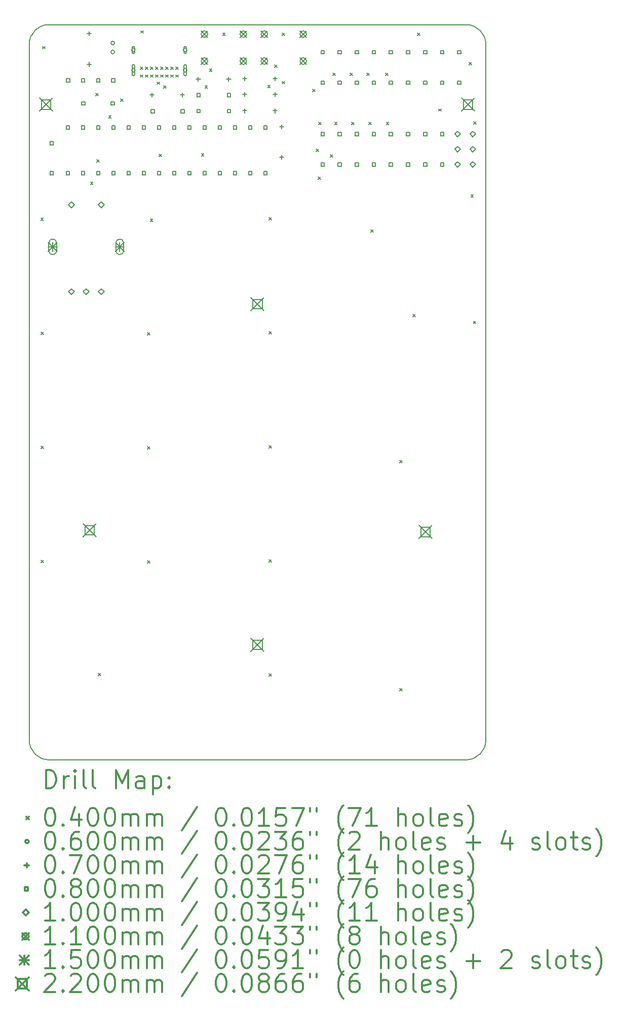
<source format=gbr>
%FSLAX45Y45*%
G04 Gerber Fmt 4.5, Leading zero omitted, Abs format (unit mm)*
G04 Created by KiCad (PCBNEW 5.1.10-88a1d61d58~90~ubuntu21.04.1) date 2021-08-17 10:31:56*
%MOMM*%
%LPD*%
G01*
G04 APERTURE LIST*
%TA.AperFunction,Profile*%
%ADD10C,0.150000*%
%TD*%
%ADD11C,0.200000*%
%ADD12C,0.300000*%
G04 APERTURE END LIST*
D10*
X10897754Y-13790174D02*
G75*
G02*
X10567042Y-13459461I0J330712D01*
G01*
X18199670Y-13459461D02*
G75*
G02*
X17868958Y-13790174I-330712J0D01*
G01*
X17868958Y-1510174D02*
G75*
G02*
X18199670Y-1840886I0J-330712D01*
G01*
X10567042Y-1840886D02*
G75*
G02*
X10897754Y-1510174I330712J0D01*
G01*
X10567042Y-13459461D02*
X10567042Y-1840886D01*
X10897754Y-1510174D02*
X17868958Y-1510174D01*
X18199670Y-1840886D02*
X18199670Y-13459461D01*
X17868958Y-13790174D02*
X10897754Y-13790174D01*
D11*
X10761199Y-4741399D02*
X10801199Y-4781399D01*
X10801199Y-4741399D02*
X10761199Y-4781399D01*
X10765009Y-6645129D02*
X10805009Y-6685129D01*
X10805009Y-6645129D02*
X10765009Y-6685129D01*
X10765009Y-8550129D02*
X10805009Y-8590129D01*
X10805009Y-8550129D02*
X10765009Y-8590129D01*
X10765009Y-10455129D02*
X10805009Y-10495129D01*
X10805009Y-10455129D02*
X10765009Y-10495129D01*
X10788515Y-1875033D02*
X10828515Y-1915033D01*
X10828515Y-1875033D02*
X10788515Y-1915033D01*
X11590509Y-4138149D02*
X11630509Y-4178149D01*
X11630509Y-4138149D02*
X11590509Y-4178149D01*
X11679163Y-2655444D02*
X11719163Y-2695444D01*
X11719163Y-2655444D02*
X11679163Y-2695444D01*
X11694649Y-3767058D02*
X11734649Y-3807058D01*
X11734649Y-3767058D02*
X11694649Y-3807058D01*
X11720049Y-12342349D02*
X11760049Y-12382349D01*
X11760049Y-12342349D02*
X11720049Y-12382349D01*
X11895911Y-3029843D02*
X11935911Y-3069843D01*
X11935911Y-3029843D02*
X11895911Y-3069843D01*
X12095384Y-2751630D02*
X12135384Y-2791630D01*
X12135384Y-2751630D02*
X12095384Y-2791630D01*
X12422294Y-2217799D02*
X12462294Y-2257799D01*
X12462294Y-2217799D02*
X12422294Y-2257799D01*
X12422794Y-2350299D02*
X12462794Y-2390299D01*
X12462794Y-2350299D02*
X12422794Y-2390299D01*
X12436826Y-1612563D02*
X12476826Y-1652563D01*
X12476826Y-1612563D02*
X12436826Y-1652563D01*
X12507294Y-2217799D02*
X12547294Y-2257799D01*
X12547294Y-2217799D02*
X12507294Y-2257799D01*
X12507794Y-2350299D02*
X12547794Y-2390299D01*
X12547794Y-2350299D02*
X12507794Y-2390299D01*
X12545549Y-6652749D02*
X12585549Y-6692749D01*
X12585549Y-6652749D02*
X12545549Y-6692749D01*
X12545549Y-10462749D02*
X12585549Y-10502749D01*
X12585549Y-10462749D02*
X12545549Y-10502749D01*
X12545551Y-8557749D02*
X12585551Y-8597749D01*
X12585551Y-8557749D02*
X12545551Y-8597749D01*
X12590071Y-4760449D02*
X12630071Y-4800449D01*
X12630071Y-4760449D02*
X12590071Y-4800449D01*
X12592294Y-2217799D02*
X12632294Y-2257799D01*
X12632294Y-2217799D02*
X12592294Y-2257799D01*
X12592794Y-2350299D02*
X12632794Y-2390299D01*
X12632794Y-2350299D02*
X12592794Y-2390299D01*
X12677294Y-2217799D02*
X12717294Y-2257799D01*
X12717294Y-2217799D02*
X12677294Y-2257799D01*
X12677794Y-2350299D02*
X12717794Y-2390299D01*
X12717794Y-2350299D02*
X12677794Y-2390299D01*
X12706993Y-2467190D02*
X12746993Y-2507190D01*
X12746993Y-2467190D02*
X12706993Y-2507190D01*
X12741291Y-3672078D02*
X12781291Y-3712078D01*
X12781291Y-3672078D02*
X12741291Y-3712078D01*
X12762294Y-2217799D02*
X12802294Y-2257799D01*
X12802294Y-2217799D02*
X12762294Y-2257799D01*
X12762794Y-2350299D02*
X12802794Y-2390299D01*
X12802794Y-2350299D02*
X12762794Y-2390299D01*
X12815014Y-2529247D02*
X12855014Y-2569247D01*
X12855014Y-2529247D02*
X12815014Y-2569247D01*
X12847294Y-2217799D02*
X12887294Y-2257799D01*
X12887294Y-2217799D02*
X12847294Y-2257799D01*
X12847794Y-2350299D02*
X12887794Y-2390299D01*
X12887794Y-2350299D02*
X12847794Y-2390299D01*
X12932294Y-2217799D02*
X12972294Y-2257799D01*
X12972294Y-2217799D02*
X12932294Y-2257799D01*
X12932794Y-2350299D02*
X12972794Y-2390299D01*
X12972794Y-2350299D02*
X12932794Y-2390299D01*
X13017794Y-2217799D02*
X13057794Y-2257799D01*
X13057794Y-2217799D02*
X13017794Y-2257799D01*
X13017794Y-2350299D02*
X13057794Y-2390299D01*
X13057794Y-2350299D02*
X13017794Y-2390299D01*
X13446461Y-3666828D02*
X13486461Y-3706828D01*
X13486461Y-3666828D02*
X13446461Y-3706828D01*
X13505954Y-2531208D02*
X13545954Y-2571208D01*
X13545954Y-2531208D02*
X13505954Y-2571208D01*
X13580687Y-2254876D02*
X13620687Y-2294876D01*
X13620687Y-2254876D02*
X13580687Y-2294876D01*
X13800208Y-1649309D02*
X13840208Y-1689309D01*
X13840208Y-1649309D02*
X13800208Y-1689309D01*
X14555834Y-2522459D02*
X14595834Y-2562459D01*
X14595834Y-2522459D02*
X14555834Y-2562459D01*
X14577549Y-4735049D02*
X14617549Y-4775049D01*
X14617549Y-4735049D02*
X14577549Y-4775049D01*
X14577549Y-6640049D02*
X14617549Y-6680049D01*
X14617549Y-6640049D02*
X14577549Y-6680049D01*
X14577549Y-8545049D02*
X14617549Y-8585049D01*
X14617549Y-8545049D02*
X14577549Y-8585049D01*
X14577549Y-10450049D02*
X14617549Y-10490049D01*
X14617549Y-10450049D02*
X14577549Y-10490049D01*
X14577549Y-12355049D02*
X14617549Y-12395049D01*
X14617549Y-12355049D02*
X14577549Y-12395049D01*
X14669571Y-2184748D02*
X14709571Y-2224748D01*
X14709571Y-2184748D02*
X14669571Y-2224748D01*
X14793807Y-1649309D02*
X14833807Y-1689309D01*
X14833807Y-1649309D02*
X14793807Y-1689309D01*
X14793807Y-2459467D02*
X14833807Y-2499467D01*
X14833807Y-2459467D02*
X14793807Y-2499467D01*
X15306498Y-2590702D02*
X15346498Y-2630702D01*
X15346498Y-2590702D02*
X15306498Y-2630702D01*
X15365991Y-3589837D02*
X15405991Y-3629837D01*
X15405991Y-3589837D02*
X15365991Y-3629837D01*
X15395738Y-4053534D02*
X15435738Y-4093534D01*
X15435738Y-4053534D02*
X15395738Y-4093534D01*
X15407551Y-3140403D02*
X15447551Y-3180403D01*
X15447551Y-3140403D02*
X15407551Y-3180403D01*
X15601027Y-3683625D02*
X15641027Y-3723625D01*
X15641027Y-3683625D02*
X15601027Y-3723625D01*
X15645676Y-2318128D02*
X15685676Y-2358128D01*
X15685676Y-2318128D02*
X15645676Y-2358128D01*
X15671720Y-3140403D02*
X15711720Y-3180403D01*
X15711720Y-3140403D02*
X15671720Y-3180403D01*
X15928449Y-2318128D02*
X15968449Y-2358128D01*
X15968449Y-2318128D02*
X15928449Y-2358128D01*
X15954494Y-3140403D02*
X15994494Y-3180403D01*
X15994494Y-3140403D02*
X15954494Y-3180403D01*
X16211222Y-2318128D02*
X16251222Y-2358128D01*
X16251222Y-2318128D02*
X16211222Y-2358128D01*
X16240988Y-3140403D02*
X16280988Y-3180403D01*
X16280988Y-3140403D02*
X16240988Y-3180403D01*
X16279349Y-4938249D02*
X16319349Y-4978249D01*
X16319349Y-4938249D02*
X16279349Y-4978249D01*
X16523761Y-2318128D02*
X16563761Y-2358128D01*
X16563761Y-2318128D02*
X16523761Y-2358128D01*
X16534923Y-3140403D02*
X16574923Y-3180403D01*
X16574923Y-3140403D02*
X16534923Y-3180403D01*
X16761949Y-8786349D02*
X16801949Y-8826349D01*
X16801949Y-8786349D02*
X16761949Y-8826349D01*
X16761949Y-12596349D02*
X16801949Y-12636349D01*
X16801949Y-12596349D02*
X16761949Y-12636349D01*
X16981057Y-6352771D02*
X17021057Y-6392771D01*
X17021057Y-6352771D02*
X16981057Y-6392771D01*
X17058048Y-1649309D02*
X17098048Y-1689309D01*
X17098048Y-1649309D02*
X17058048Y-1689309D01*
X17413257Y-2916164D02*
X17453257Y-2956164D01*
X17453257Y-2916164D02*
X17413257Y-2956164D01*
X17918950Y-2139253D02*
X17958950Y-2179253D01*
X17958950Y-2139253D02*
X17918950Y-2179253D01*
X17950669Y-4354049D02*
X17990669Y-4394049D01*
X17990669Y-4354049D02*
X17950669Y-4394049D01*
X17991309Y-6464789D02*
X18031309Y-6504789D01*
X18031309Y-6464789D02*
X17991309Y-6504789D01*
X17995941Y-3134889D02*
X18035941Y-3174889D01*
X18035941Y-3134889D02*
X17995941Y-3174889D01*
X11993382Y-1818042D02*
G75*
G03*
X11993382Y-1818042I-30000J0D01*
G01*
X11993382Y-1968042D02*
G75*
G03*
X11993382Y-1968042I-30000J0D01*
G01*
X12337794Y-1934299D02*
G75*
G03*
X12337794Y-1934299I-30000J0D01*
G01*
X12327794Y-1974299D02*
X12327794Y-1894299D01*
X12287794Y-1974299D02*
X12287794Y-1894299D01*
X12327794Y-1894299D02*
G75*
G03*
X12287794Y-1894299I-20000J0D01*
G01*
X12287794Y-1974299D02*
G75*
G03*
X12327794Y-1974299I20000J0D01*
G01*
X12337794Y-2272299D02*
G75*
G03*
X12337794Y-2272299I-30000J0D01*
G01*
X12327794Y-2347299D02*
X12327794Y-2197299D01*
X12287794Y-2347299D02*
X12287794Y-2197299D01*
X12327794Y-2197299D02*
G75*
G03*
X12287794Y-2197299I-20000J0D01*
G01*
X12287794Y-2347299D02*
G75*
G03*
X12327794Y-2347299I20000J0D01*
G01*
X13202794Y-1934299D02*
G75*
G03*
X13202794Y-1934299I-30000J0D01*
G01*
X13192794Y-1974299D02*
X13192794Y-1894299D01*
X13152794Y-1974299D02*
X13152794Y-1894299D01*
X13192794Y-1894299D02*
G75*
G03*
X13152794Y-1894299I-20000J0D01*
G01*
X13152794Y-1974299D02*
G75*
G03*
X13192794Y-1974299I20000J0D01*
G01*
X13202794Y-2272299D02*
G75*
G03*
X13202794Y-2272299I-30000J0D01*
G01*
X13192794Y-2347299D02*
X13192794Y-2197299D01*
X13152794Y-2347299D02*
X13152794Y-2197299D01*
X13192794Y-2197299D02*
G75*
G03*
X13152794Y-2197299I-20000J0D01*
G01*
X13152794Y-2347299D02*
G75*
G03*
X13192794Y-2347299I20000J0D01*
G01*
X11571427Y-1626031D02*
X11571427Y-1696031D01*
X11536427Y-1661031D02*
X11606427Y-1661031D01*
X11571427Y-2136031D02*
X11571427Y-2206031D01*
X11536427Y-2171031D02*
X11606427Y-2171031D01*
X12617808Y-2649193D02*
X12617808Y-2719193D01*
X12582808Y-2684193D02*
X12652808Y-2684193D01*
X13125808Y-2649193D02*
X13125808Y-2719193D01*
X13090808Y-2684193D02*
X13160808Y-2684193D01*
X13392969Y-2384973D02*
X13392969Y-2454973D01*
X13357969Y-2419973D02*
X13427969Y-2419973D01*
X13900969Y-2384973D02*
X13900969Y-2454973D01*
X13865969Y-2419973D02*
X13935969Y-2419973D01*
X14170396Y-2379724D02*
X14170396Y-2449724D01*
X14135396Y-2414724D02*
X14205396Y-2414724D01*
X14170396Y-2642194D02*
X14170396Y-2712194D01*
X14135396Y-2677194D02*
X14205396Y-2677194D01*
X14170396Y-2913413D02*
X14170396Y-2983413D01*
X14135396Y-2948413D02*
X14205396Y-2948413D01*
X14678396Y-2379724D02*
X14678396Y-2449724D01*
X14643396Y-2414724D02*
X14713396Y-2414724D01*
X14678396Y-2642194D02*
X14678396Y-2712194D01*
X14643396Y-2677194D02*
X14713396Y-2677194D01*
X14678396Y-2913413D02*
X14678396Y-2983413D01*
X14643396Y-2948413D02*
X14713396Y-2948413D01*
X14787560Y-3180574D02*
X14787560Y-3250574D01*
X14752560Y-3215574D02*
X14822560Y-3215574D01*
X14787560Y-3688574D02*
X14787560Y-3758574D01*
X14752560Y-3723574D02*
X14822560Y-3723574D01*
X10969784Y-3519135D02*
X10969784Y-3462566D01*
X10913215Y-3462566D01*
X10913215Y-3519135D01*
X10969784Y-3519135D01*
X10969784Y-4019135D02*
X10969784Y-3962566D01*
X10913215Y-3962566D01*
X10913215Y-4019135D01*
X10969784Y-4019135D01*
X11242625Y-3258415D02*
X11242625Y-3201846D01*
X11186056Y-3201846D01*
X11186056Y-3258415D01*
X11242625Y-3258415D01*
X11242625Y-4020415D02*
X11242625Y-3963846D01*
X11186056Y-3963846D01*
X11186056Y-4020415D01*
X11242625Y-4020415D01*
X11244724Y-2467506D02*
X11244724Y-2410937D01*
X11188155Y-2410937D01*
X11188155Y-2467506D01*
X11244724Y-2467506D01*
X11494724Y-2467506D02*
X11494724Y-2410937D01*
X11438155Y-2410937D01*
X11438155Y-2467506D01*
X11494724Y-2467506D01*
X11496625Y-3258415D02*
X11496625Y-3201846D01*
X11440056Y-3201846D01*
X11440056Y-3258415D01*
X11496625Y-3258415D01*
X11496625Y-4020415D02*
X11496625Y-3963846D01*
X11440056Y-3963846D01*
X11440056Y-4020415D01*
X11496625Y-4020415D01*
X11501917Y-2855961D02*
X11501917Y-2799392D01*
X11445348Y-2799392D01*
X11445348Y-2855961D01*
X11501917Y-2855961D01*
X11750195Y-2469255D02*
X11750195Y-2412686D01*
X11693626Y-2412686D01*
X11693626Y-2469255D01*
X11750195Y-2469255D01*
X11750625Y-3258415D02*
X11750625Y-3201846D01*
X11694056Y-3201846D01*
X11694056Y-3258415D01*
X11750625Y-3258415D01*
X11750625Y-4020415D02*
X11750625Y-3963846D01*
X11694056Y-3963846D01*
X11694056Y-4020415D01*
X11750625Y-4020415D01*
X11989917Y-2855961D02*
X11989917Y-2799392D01*
X11933348Y-2799392D01*
X11933348Y-2855961D01*
X11989917Y-2855961D01*
X12000195Y-2469255D02*
X12000195Y-2412686D01*
X11943626Y-2412686D01*
X11943626Y-2469255D01*
X12000195Y-2469255D01*
X12004625Y-3258415D02*
X12004625Y-3201846D01*
X11948056Y-3201846D01*
X11948056Y-3258415D01*
X12004625Y-3258415D01*
X12004625Y-4020415D02*
X12004625Y-3963846D01*
X11948056Y-3963846D01*
X11948056Y-4020415D01*
X12004625Y-4020415D01*
X12258625Y-3258415D02*
X12258625Y-3201846D01*
X12202056Y-3201846D01*
X12202056Y-3258415D01*
X12258625Y-3258415D01*
X12258625Y-4020415D02*
X12258625Y-3963846D01*
X12202056Y-3963846D01*
X12202056Y-4020415D01*
X12258625Y-4020415D01*
X12512625Y-3258415D02*
X12512625Y-3201846D01*
X12456056Y-3201846D01*
X12456056Y-3258415D01*
X12512625Y-3258415D01*
X12512625Y-4020415D02*
X12512625Y-3963846D01*
X12456056Y-3963846D01*
X12456056Y-4020415D01*
X12512625Y-4020415D01*
X12657034Y-2985446D02*
X12657034Y-2928877D01*
X12600465Y-2928877D01*
X12600465Y-2985446D01*
X12657034Y-2985446D01*
X12766625Y-3258415D02*
X12766625Y-3201846D01*
X12710056Y-3201846D01*
X12710056Y-3258415D01*
X12766625Y-3258415D01*
X12766625Y-4020415D02*
X12766625Y-3963846D01*
X12710056Y-3963846D01*
X12710056Y-4020415D01*
X12766625Y-4020415D01*
X13020625Y-3258415D02*
X13020625Y-3201846D01*
X12964056Y-3201846D01*
X12964056Y-3258415D01*
X13020625Y-3258415D01*
X13020625Y-4020415D02*
X13020625Y-3963846D01*
X12964056Y-3963846D01*
X12964056Y-4020415D01*
X13020625Y-4020415D01*
X13157034Y-2985446D02*
X13157034Y-2928877D01*
X13100465Y-2928877D01*
X13100465Y-2985446D01*
X13157034Y-2985446D01*
X13274625Y-3258415D02*
X13274625Y-3201846D01*
X13218056Y-3201846D01*
X13218056Y-3258415D01*
X13274625Y-3258415D01*
X13274625Y-4020415D02*
X13274625Y-3963846D01*
X13218056Y-3963846D01*
X13218056Y-4020415D01*
X13274625Y-4020415D01*
X13425768Y-2712478D02*
X13425768Y-2655909D01*
X13369199Y-2655909D01*
X13369199Y-2712478D01*
X13425768Y-2712478D01*
X13425768Y-2981947D02*
X13425768Y-2925378D01*
X13369199Y-2925378D01*
X13369199Y-2981947D01*
X13425768Y-2981947D01*
X13528625Y-3258415D02*
X13528625Y-3201846D01*
X13472056Y-3201846D01*
X13472056Y-3258415D01*
X13528625Y-3258415D01*
X13528625Y-4020415D02*
X13528625Y-3963846D01*
X13472056Y-3963846D01*
X13472056Y-4020415D01*
X13528625Y-4020415D01*
X13782625Y-3258415D02*
X13782625Y-3201846D01*
X13726056Y-3201846D01*
X13726056Y-3258415D01*
X13782625Y-3258415D01*
X13782625Y-4020415D02*
X13782625Y-3963846D01*
X13726056Y-3963846D01*
X13726056Y-4020415D01*
X13782625Y-4020415D01*
X13933768Y-2712478D02*
X13933768Y-2655909D01*
X13877199Y-2655909D01*
X13877199Y-2712478D01*
X13933768Y-2712478D01*
X13933768Y-2981947D02*
X13933768Y-2925378D01*
X13877199Y-2925378D01*
X13877199Y-2981947D01*
X13933768Y-2981947D01*
X14036625Y-3258415D02*
X14036625Y-3201846D01*
X13980056Y-3201846D01*
X13980056Y-3258415D01*
X14036625Y-3258415D01*
X14036625Y-4020415D02*
X14036625Y-3963846D01*
X13980056Y-3963846D01*
X13980056Y-4020415D01*
X14036625Y-4020415D01*
X14290625Y-3258415D02*
X14290625Y-3201846D01*
X14234056Y-3201846D01*
X14234056Y-3258415D01*
X14290625Y-3258415D01*
X14290625Y-4020415D02*
X14290625Y-3963846D01*
X14234056Y-3963846D01*
X14234056Y-4020415D01*
X14290625Y-4020415D01*
X14544625Y-3258415D02*
X14544625Y-3201846D01*
X14488056Y-3201846D01*
X14488056Y-3258415D01*
X14544625Y-3258415D01*
X14544625Y-4020415D02*
X14544625Y-3963846D01*
X14488056Y-3963846D01*
X14488056Y-4020415D01*
X14544625Y-4020415D01*
X15499931Y-2001017D02*
X15499931Y-1944448D01*
X15443362Y-1944448D01*
X15443362Y-2001017D01*
X15499931Y-2001017D01*
X15499931Y-2509018D02*
X15499931Y-2452449D01*
X15443362Y-2452449D01*
X15443362Y-2509018D01*
X15499931Y-2509018D01*
X15499931Y-3369159D02*
X15499931Y-3312590D01*
X15443362Y-3312590D01*
X15443362Y-3369159D01*
X15499931Y-3369159D01*
X15499931Y-3877159D02*
X15499931Y-3820590D01*
X15443362Y-3820590D01*
X15443362Y-3877159D01*
X15499931Y-3877159D01*
X15785361Y-2001017D02*
X15785361Y-1944448D01*
X15728792Y-1944448D01*
X15728792Y-2001017D01*
X15785361Y-2001017D01*
X15785361Y-2509018D02*
X15785361Y-2452449D01*
X15728792Y-2452449D01*
X15728792Y-2509018D01*
X15785361Y-2509018D01*
X15785361Y-3369159D02*
X15785361Y-3312590D01*
X15728792Y-3312590D01*
X15728792Y-3369159D01*
X15785361Y-3369159D01*
X15785361Y-3877159D02*
X15785361Y-3820590D01*
X15728792Y-3820590D01*
X15728792Y-3877159D01*
X15785361Y-3877159D01*
X16070792Y-2001017D02*
X16070792Y-1944448D01*
X16014223Y-1944448D01*
X16014223Y-2001017D01*
X16070792Y-2001017D01*
X16070792Y-2509018D02*
X16070792Y-2452449D01*
X16014223Y-2452449D01*
X16014223Y-2509018D01*
X16070792Y-2509018D01*
X16070792Y-3369159D02*
X16070792Y-3312590D01*
X16014223Y-3312590D01*
X16014223Y-3369159D01*
X16070792Y-3369159D01*
X16070792Y-3877159D02*
X16070792Y-3820590D01*
X16014223Y-3820590D01*
X16014223Y-3877159D01*
X16070792Y-3877159D01*
X16356222Y-2001017D02*
X16356222Y-1944448D01*
X16299653Y-1944448D01*
X16299653Y-2001017D01*
X16356222Y-2001017D01*
X16356222Y-2509018D02*
X16356222Y-2452449D01*
X16299653Y-2452449D01*
X16299653Y-2509018D01*
X16356222Y-2509018D01*
X16356222Y-3369159D02*
X16356222Y-3312590D01*
X16299653Y-3312590D01*
X16299653Y-3369159D01*
X16356222Y-3369159D01*
X16356222Y-3877159D02*
X16356222Y-3820590D01*
X16299653Y-3820590D01*
X16299653Y-3877159D01*
X16356222Y-3877159D01*
X16641653Y-2001017D02*
X16641653Y-1944448D01*
X16585084Y-1944448D01*
X16585084Y-2001017D01*
X16641653Y-2001017D01*
X16641653Y-2509018D02*
X16641653Y-2452449D01*
X16585084Y-2452449D01*
X16585084Y-2509018D01*
X16641653Y-2509018D01*
X16641653Y-3369159D02*
X16641653Y-3312590D01*
X16585084Y-3312590D01*
X16585084Y-3369159D01*
X16641653Y-3369159D01*
X16641653Y-3877159D02*
X16641653Y-3820590D01*
X16585084Y-3820590D01*
X16585084Y-3877159D01*
X16641653Y-3877159D01*
X16927084Y-2001017D02*
X16927084Y-1944448D01*
X16870515Y-1944448D01*
X16870515Y-2001017D01*
X16927084Y-2001017D01*
X16927084Y-2509018D02*
X16927084Y-2452449D01*
X16870515Y-2452449D01*
X16870515Y-2509018D01*
X16927084Y-2509018D01*
X16927084Y-3369159D02*
X16927084Y-3312590D01*
X16870515Y-3312590D01*
X16870515Y-3369159D01*
X16927084Y-3369159D01*
X16927084Y-3877159D02*
X16927084Y-3820590D01*
X16870515Y-3820590D01*
X16870515Y-3877159D01*
X16927084Y-3877159D01*
X17212514Y-2001017D02*
X17212514Y-1944448D01*
X17155945Y-1944448D01*
X17155945Y-2001017D01*
X17212514Y-2001017D01*
X17212514Y-2509018D02*
X17212514Y-2452449D01*
X17155945Y-2452449D01*
X17155945Y-2509018D01*
X17212514Y-2509018D01*
X17212514Y-3369159D02*
X17212514Y-3312590D01*
X17155945Y-3312590D01*
X17155945Y-3369159D01*
X17212514Y-3369159D01*
X17212514Y-3877159D02*
X17212514Y-3820590D01*
X17155945Y-3820590D01*
X17155945Y-3877159D01*
X17212514Y-3877159D01*
X17497946Y-2001017D02*
X17497946Y-1944448D01*
X17441377Y-1944448D01*
X17441377Y-2001017D01*
X17497946Y-2001017D01*
X17497946Y-2509018D02*
X17497946Y-2452449D01*
X17441377Y-2452449D01*
X17441377Y-2509018D01*
X17497946Y-2509018D01*
X17497946Y-3369159D02*
X17497946Y-3312590D01*
X17441377Y-3312590D01*
X17441377Y-3369159D01*
X17497946Y-3369159D01*
X17497946Y-3877159D02*
X17497946Y-3820590D01*
X17441377Y-3820590D01*
X17441377Y-3877159D01*
X17497946Y-3877159D01*
X17783377Y-2001017D02*
X17783377Y-1944448D01*
X17726808Y-1944448D01*
X17726808Y-2001017D01*
X17783377Y-2001017D01*
X17783377Y-2509018D02*
X17783377Y-2452449D01*
X17726808Y-2452449D01*
X17726808Y-2509018D01*
X17783377Y-2509018D01*
X11270149Y-4571709D02*
X11320149Y-4521709D01*
X11270149Y-4471709D01*
X11220149Y-4521709D01*
X11270149Y-4571709D01*
X11270149Y-6021709D02*
X11320149Y-5971709D01*
X11270149Y-5921709D01*
X11220149Y-5971709D01*
X11270149Y-6021709D01*
X11520149Y-6021709D02*
X11570149Y-5971709D01*
X11520149Y-5921709D01*
X11470149Y-5971709D01*
X11520149Y-6021709D01*
X11770149Y-4571709D02*
X11820149Y-4521709D01*
X11770149Y-4471709D01*
X11720149Y-4521709D01*
X11770149Y-4571709D01*
X11770149Y-6021709D02*
X11820149Y-5971709D01*
X11770149Y-5921709D01*
X11720149Y-5971709D01*
X11770149Y-6021709D01*
X17727959Y-3388339D02*
X17777959Y-3338339D01*
X17727959Y-3288339D01*
X17677959Y-3338339D01*
X17727959Y-3388339D01*
X17727959Y-3642339D02*
X17777959Y-3592339D01*
X17727959Y-3542339D01*
X17677959Y-3592339D01*
X17727959Y-3642339D01*
X17727959Y-3896339D02*
X17777959Y-3846339D01*
X17727959Y-3796339D01*
X17677959Y-3846339D01*
X17727959Y-3896339D01*
X17981959Y-3388339D02*
X18031959Y-3338339D01*
X17981959Y-3288339D01*
X17931959Y-3338339D01*
X17981959Y-3388339D01*
X17981959Y-3642339D02*
X18031959Y-3592339D01*
X17981959Y-3542339D01*
X17931959Y-3592339D01*
X17981959Y-3642339D01*
X17981959Y-3896339D02*
X18031959Y-3846339D01*
X17981959Y-3796339D01*
X17931959Y-3846339D01*
X17981959Y-3896339D01*
X13441207Y-1614309D02*
X13551207Y-1724309D01*
X13551207Y-1614309D02*
X13441207Y-1724309D01*
X13551207Y-1669309D02*
G75*
G03*
X13551207Y-1669309I-55000J0D01*
G01*
X13441207Y-2064309D02*
X13551207Y-2174309D01*
X13551207Y-2064309D02*
X13441207Y-2174309D01*
X13551207Y-2119309D02*
G75*
G03*
X13551207Y-2119309I-55000J0D01*
G01*
X14091207Y-1614309D02*
X14201207Y-1724309D01*
X14201207Y-1614309D02*
X14091207Y-1724309D01*
X14201207Y-1669309D02*
G75*
G03*
X14201207Y-1669309I-55000J0D01*
G01*
X14091207Y-2064309D02*
X14201207Y-2174309D01*
X14201207Y-2064309D02*
X14091207Y-2174309D01*
X14201207Y-2119309D02*
G75*
G03*
X14201207Y-2119309I-55000J0D01*
G01*
X14442093Y-1614309D02*
X14552093Y-1724309D01*
X14552093Y-1614309D02*
X14442093Y-1724309D01*
X14552093Y-1669309D02*
G75*
G03*
X14552093Y-1669309I-55000J0D01*
G01*
X14442093Y-2064309D02*
X14552093Y-2174309D01*
X14552093Y-2064309D02*
X14442093Y-2174309D01*
X14552093Y-2119309D02*
G75*
G03*
X14552093Y-2119309I-55000J0D01*
G01*
X15092093Y-1614309D02*
X15202093Y-1724309D01*
X15202093Y-1614309D02*
X15092093Y-1724309D01*
X15202093Y-1669309D02*
G75*
G03*
X15202093Y-1669309I-55000J0D01*
G01*
X15092093Y-2064309D02*
X15202093Y-2174309D01*
X15202093Y-2064309D02*
X15092093Y-2174309D01*
X15202093Y-2119309D02*
G75*
G03*
X15202093Y-2119309I-55000J0D01*
G01*
X10885149Y-5146709D02*
X11035149Y-5296709D01*
X11035149Y-5146709D02*
X10885149Y-5296709D01*
X10960149Y-5146709D02*
X10960149Y-5296709D01*
X10885149Y-5221709D02*
X11035149Y-5221709D01*
X11025149Y-5286709D02*
X11025149Y-5156709D01*
X10895149Y-5286709D02*
X10895149Y-5156709D01*
X11025149Y-5156709D02*
G75*
G03*
X10895149Y-5156709I-65000J0D01*
G01*
X10895149Y-5286709D02*
G75*
G03*
X11025149Y-5286709I65000J0D01*
G01*
X12005149Y-5146709D02*
X12155149Y-5296709D01*
X12155149Y-5146709D02*
X12005149Y-5296709D01*
X12080149Y-5146709D02*
X12080149Y-5296709D01*
X12005149Y-5221709D02*
X12155149Y-5221709D01*
X12145149Y-5286709D02*
X12145149Y-5156709D01*
X12015149Y-5286709D02*
X12015149Y-5156709D01*
X12145149Y-5156709D02*
G75*
G03*
X12015149Y-5156709I-65000J0D01*
G01*
X12015149Y-5286709D02*
G75*
G03*
X12145149Y-5286709I65000J0D01*
G01*
X10740303Y-2737577D02*
X10960303Y-2957577D01*
X10960303Y-2737577D02*
X10740303Y-2957577D01*
X10928086Y-2925360D02*
X10928086Y-2769795D01*
X10772521Y-2769795D01*
X10772521Y-2925360D01*
X10928086Y-2925360D01*
X11465254Y-9846669D02*
X11685254Y-10066669D01*
X11685254Y-9846669D02*
X11465254Y-10066669D01*
X11653037Y-10034451D02*
X11653037Y-9878886D01*
X11497472Y-9878886D01*
X11497472Y-10034451D01*
X11653037Y-10034451D01*
X14273356Y-6068426D02*
X14493356Y-6288426D01*
X14493356Y-6068426D02*
X14273356Y-6288426D01*
X14461138Y-6256209D02*
X14461138Y-6100644D01*
X14305573Y-6100644D01*
X14305573Y-6256209D01*
X14461138Y-6256209D01*
X14273356Y-11758667D02*
X14493356Y-11978667D01*
X14493356Y-11758667D02*
X14273356Y-11978667D01*
X14461138Y-11946450D02*
X14461138Y-11790885D01*
X14305573Y-11790885D01*
X14305573Y-11946450D01*
X14461138Y-11946450D01*
X17081458Y-9874169D02*
X17301458Y-10094169D01*
X17301458Y-9874169D02*
X17081458Y-10094169D01*
X17269240Y-10061951D02*
X17269240Y-9906386D01*
X17113675Y-9906386D01*
X17113675Y-10061951D01*
X17269240Y-10061951D01*
X17790113Y-2737577D02*
X18010113Y-2957577D01*
X18010113Y-2737577D02*
X17790113Y-2957577D01*
X17977896Y-2925360D02*
X17977896Y-2769795D01*
X17822331Y-2769795D01*
X17822331Y-2925360D01*
X17977896Y-2925360D01*
D12*
X10845971Y-14263388D02*
X10845971Y-13963388D01*
X10917399Y-13963388D01*
X10960256Y-13977674D01*
X10988828Y-14006245D01*
X11003113Y-14034817D01*
X11017399Y-14091959D01*
X11017399Y-14134817D01*
X11003113Y-14191959D01*
X10988828Y-14220531D01*
X10960256Y-14249102D01*
X10917399Y-14263388D01*
X10845971Y-14263388D01*
X11145971Y-14263388D02*
X11145971Y-14063388D01*
X11145971Y-14120531D02*
X11160256Y-14091959D01*
X11174542Y-14077674D01*
X11203113Y-14063388D01*
X11231685Y-14063388D01*
X11331685Y-14263388D02*
X11331685Y-14063388D01*
X11331685Y-13963388D02*
X11317399Y-13977674D01*
X11331685Y-13991959D01*
X11345970Y-13977674D01*
X11331685Y-13963388D01*
X11331685Y-13991959D01*
X11517399Y-14263388D02*
X11488828Y-14249102D01*
X11474542Y-14220531D01*
X11474542Y-13963388D01*
X11674542Y-14263388D02*
X11645970Y-14249102D01*
X11631685Y-14220531D01*
X11631685Y-13963388D01*
X12017399Y-14263388D02*
X12017399Y-13963388D01*
X12117399Y-14177674D01*
X12217399Y-13963388D01*
X12217399Y-14263388D01*
X12488828Y-14263388D02*
X12488828Y-14106245D01*
X12474542Y-14077674D01*
X12445970Y-14063388D01*
X12388828Y-14063388D01*
X12360256Y-14077674D01*
X12488828Y-14249102D02*
X12460256Y-14263388D01*
X12388828Y-14263388D01*
X12360256Y-14249102D01*
X12345970Y-14220531D01*
X12345970Y-14191959D01*
X12360256Y-14163388D01*
X12388828Y-14149102D01*
X12460256Y-14149102D01*
X12488828Y-14134817D01*
X12631685Y-14063388D02*
X12631685Y-14363388D01*
X12631685Y-14077674D02*
X12660256Y-14063388D01*
X12717399Y-14063388D01*
X12745970Y-14077674D01*
X12760256Y-14091959D01*
X12774542Y-14120531D01*
X12774542Y-14206245D01*
X12760256Y-14234817D01*
X12745970Y-14249102D01*
X12717399Y-14263388D01*
X12660256Y-14263388D01*
X12631685Y-14249102D01*
X12903113Y-14234817D02*
X12917399Y-14249102D01*
X12903113Y-14263388D01*
X12888828Y-14249102D01*
X12903113Y-14234817D01*
X12903113Y-14263388D01*
X12903113Y-14077674D02*
X12917399Y-14091959D01*
X12903113Y-14106245D01*
X12888828Y-14091959D01*
X12903113Y-14077674D01*
X12903113Y-14106245D01*
X10519542Y-14737674D02*
X10559542Y-14777674D01*
X10559542Y-14737674D02*
X10519542Y-14777674D01*
X10903113Y-14593388D02*
X10931685Y-14593388D01*
X10960256Y-14607674D01*
X10974542Y-14621959D01*
X10988828Y-14650531D01*
X11003113Y-14707674D01*
X11003113Y-14779102D01*
X10988828Y-14836245D01*
X10974542Y-14864817D01*
X10960256Y-14879102D01*
X10931685Y-14893388D01*
X10903113Y-14893388D01*
X10874542Y-14879102D01*
X10860256Y-14864817D01*
X10845971Y-14836245D01*
X10831685Y-14779102D01*
X10831685Y-14707674D01*
X10845971Y-14650531D01*
X10860256Y-14621959D01*
X10874542Y-14607674D01*
X10903113Y-14593388D01*
X11131685Y-14864817D02*
X11145971Y-14879102D01*
X11131685Y-14893388D01*
X11117399Y-14879102D01*
X11131685Y-14864817D01*
X11131685Y-14893388D01*
X11403113Y-14693388D02*
X11403113Y-14893388D01*
X11331685Y-14579102D02*
X11260256Y-14793388D01*
X11445970Y-14793388D01*
X11617399Y-14593388D02*
X11645970Y-14593388D01*
X11674542Y-14607674D01*
X11688828Y-14621959D01*
X11703113Y-14650531D01*
X11717399Y-14707674D01*
X11717399Y-14779102D01*
X11703113Y-14836245D01*
X11688828Y-14864817D01*
X11674542Y-14879102D01*
X11645970Y-14893388D01*
X11617399Y-14893388D01*
X11588828Y-14879102D01*
X11574542Y-14864817D01*
X11560256Y-14836245D01*
X11545970Y-14779102D01*
X11545970Y-14707674D01*
X11560256Y-14650531D01*
X11574542Y-14621959D01*
X11588828Y-14607674D01*
X11617399Y-14593388D01*
X11903113Y-14593388D02*
X11931685Y-14593388D01*
X11960256Y-14607674D01*
X11974542Y-14621959D01*
X11988828Y-14650531D01*
X12003113Y-14707674D01*
X12003113Y-14779102D01*
X11988828Y-14836245D01*
X11974542Y-14864817D01*
X11960256Y-14879102D01*
X11931685Y-14893388D01*
X11903113Y-14893388D01*
X11874542Y-14879102D01*
X11860256Y-14864817D01*
X11845970Y-14836245D01*
X11831685Y-14779102D01*
X11831685Y-14707674D01*
X11845970Y-14650531D01*
X11860256Y-14621959D01*
X11874542Y-14607674D01*
X11903113Y-14593388D01*
X12131685Y-14893388D02*
X12131685Y-14693388D01*
X12131685Y-14721959D02*
X12145970Y-14707674D01*
X12174542Y-14693388D01*
X12217399Y-14693388D01*
X12245970Y-14707674D01*
X12260256Y-14736245D01*
X12260256Y-14893388D01*
X12260256Y-14736245D02*
X12274542Y-14707674D01*
X12303113Y-14693388D01*
X12345970Y-14693388D01*
X12374542Y-14707674D01*
X12388828Y-14736245D01*
X12388828Y-14893388D01*
X12531685Y-14893388D02*
X12531685Y-14693388D01*
X12531685Y-14721959D02*
X12545970Y-14707674D01*
X12574542Y-14693388D01*
X12617399Y-14693388D01*
X12645970Y-14707674D01*
X12660256Y-14736245D01*
X12660256Y-14893388D01*
X12660256Y-14736245D02*
X12674542Y-14707674D01*
X12703113Y-14693388D01*
X12745970Y-14693388D01*
X12774542Y-14707674D01*
X12788828Y-14736245D01*
X12788828Y-14893388D01*
X13374542Y-14579102D02*
X13117399Y-14964817D01*
X13760256Y-14593388D02*
X13788828Y-14593388D01*
X13817399Y-14607674D01*
X13831685Y-14621959D01*
X13845970Y-14650531D01*
X13860256Y-14707674D01*
X13860256Y-14779102D01*
X13845970Y-14836245D01*
X13831685Y-14864817D01*
X13817399Y-14879102D01*
X13788828Y-14893388D01*
X13760256Y-14893388D01*
X13731685Y-14879102D01*
X13717399Y-14864817D01*
X13703113Y-14836245D01*
X13688828Y-14779102D01*
X13688828Y-14707674D01*
X13703113Y-14650531D01*
X13717399Y-14621959D01*
X13731685Y-14607674D01*
X13760256Y-14593388D01*
X13988828Y-14864817D02*
X14003113Y-14879102D01*
X13988828Y-14893388D01*
X13974542Y-14879102D01*
X13988828Y-14864817D01*
X13988828Y-14893388D01*
X14188828Y-14593388D02*
X14217399Y-14593388D01*
X14245970Y-14607674D01*
X14260256Y-14621959D01*
X14274542Y-14650531D01*
X14288828Y-14707674D01*
X14288828Y-14779102D01*
X14274542Y-14836245D01*
X14260256Y-14864817D01*
X14245970Y-14879102D01*
X14217399Y-14893388D01*
X14188828Y-14893388D01*
X14160256Y-14879102D01*
X14145970Y-14864817D01*
X14131685Y-14836245D01*
X14117399Y-14779102D01*
X14117399Y-14707674D01*
X14131685Y-14650531D01*
X14145970Y-14621959D01*
X14160256Y-14607674D01*
X14188828Y-14593388D01*
X14574542Y-14893388D02*
X14403113Y-14893388D01*
X14488828Y-14893388D02*
X14488828Y-14593388D01*
X14460256Y-14636245D01*
X14431685Y-14664817D01*
X14403113Y-14679102D01*
X14845970Y-14593388D02*
X14703113Y-14593388D01*
X14688828Y-14736245D01*
X14703113Y-14721959D01*
X14731685Y-14707674D01*
X14803113Y-14707674D01*
X14831685Y-14721959D01*
X14845970Y-14736245D01*
X14860256Y-14764817D01*
X14860256Y-14836245D01*
X14845970Y-14864817D01*
X14831685Y-14879102D01*
X14803113Y-14893388D01*
X14731685Y-14893388D01*
X14703113Y-14879102D01*
X14688828Y-14864817D01*
X14960256Y-14593388D02*
X15160256Y-14593388D01*
X15031685Y-14893388D01*
X15260256Y-14593388D02*
X15260256Y-14650531D01*
X15374542Y-14593388D02*
X15374542Y-14650531D01*
X15817399Y-15007674D02*
X15803113Y-14993388D01*
X15774542Y-14950531D01*
X15760256Y-14921959D01*
X15745970Y-14879102D01*
X15731685Y-14807674D01*
X15731685Y-14750531D01*
X15745970Y-14679102D01*
X15760256Y-14636245D01*
X15774542Y-14607674D01*
X15803113Y-14564817D01*
X15817399Y-14550531D01*
X15903113Y-14593388D02*
X16103113Y-14593388D01*
X15974542Y-14893388D01*
X16374542Y-14893388D02*
X16203113Y-14893388D01*
X16288828Y-14893388D02*
X16288828Y-14593388D01*
X16260256Y-14636245D01*
X16231685Y-14664817D01*
X16203113Y-14679102D01*
X16731685Y-14893388D02*
X16731685Y-14593388D01*
X16860256Y-14893388D02*
X16860256Y-14736245D01*
X16845971Y-14707674D01*
X16817399Y-14693388D01*
X16774542Y-14693388D01*
X16745970Y-14707674D01*
X16731685Y-14721959D01*
X17045971Y-14893388D02*
X17017399Y-14879102D01*
X17003113Y-14864817D01*
X16988828Y-14836245D01*
X16988828Y-14750531D01*
X17003113Y-14721959D01*
X17017399Y-14707674D01*
X17045971Y-14693388D01*
X17088828Y-14693388D01*
X17117399Y-14707674D01*
X17131685Y-14721959D01*
X17145971Y-14750531D01*
X17145971Y-14836245D01*
X17131685Y-14864817D01*
X17117399Y-14879102D01*
X17088828Y-14893388D01*
X17045971Y-14893388D01*
X17317399Y-14893388D02*
X17288828Y-14879102D01*
X17274542Y-14850531D01*
X17274542Y-14593388D01*
X17545971Y-14879102D02*
X17517399Y-14893388D01*
X17460256Y-14893388D01*
X17431685Y-14879102D01*
X17417399Y-14850531D01*
X17417399Y-14736245D01*
X17431685Y-14707674D01*
X17460256Y-14693388D01*
X17517399Y-14693388D01*
X17545971Y-14707674D01*
X17560256Y-14736245D01*
X17560256Y-14764817D01*
X17417399Y-14793388D01*
X17674542Y-14879102D02*
X17703113Y-14893388D01*
X17760256Y-14893388D01*
X17788828Y-14879102D01*
X17803113Y-14850531D01*
X17803113Y-14836245D01*
X17788828Y-14807674D01*
X17760256Y-14793388D01*
X17717399Y-14793388D01*
X17688828Y-14779102D01*
X17674542Y-14750531D01*
X17674542Y-14736245D01*
X17688828Y-14707674D01*
X17717399Y-14693388D01*
X17760256Y-14693388D01*
X17788828Y-14707674D01*
X17903113Y-15007674D02*
X17917399Y-14993388D01*
X17945971Y-14950531D01*
X17960256Y-14921959D01*
X17974542Y-14879102D01*
X17988828Y-14807674D01*
X17988828Y-14750531D01*
X17974542Y-14679102D01*
X17960256Y-14636245D01*
X17945971Y-14607674D01*
X17917399Y-14564817D01*
X17903113Y-14550531D01*
X10559542Y-15153674D02*
G75*
G03*
X10559542Y-15153674I-30000J0D01*
G01*
X10903113Y-14989388D02*
X10931685Y-14989388D01*
X10960256Y-15003674D01*
X10974542Y-15017959D01*
X10988828Y-15046531D01*
X11003113Y-15103674D01*
X11003113Y-15175102D01*
X10988828Y-15232245D01*
X10974542Y-15260817D01*
X10960256Y-15275102D01*
X10931685Y-15289388D01*
X10903113Y-15289388D01*
X10874542Y-15275102D01*
X10860256Y-15260817D01*
X10845971Y-15232245D01*
X10831685Y-15175102D01*
X10831685Y-15103674D01*
X10845971Y-15046531D01*
X10860256Y-15017959D01*
X10874542Y-15003674D01*
X10903113Y-14989388D01*
X11131685Y-15260817D02*
X11145971Y-15275102D01*
X11131685Y-15289388D01*
X11117399Y-15275102D01*
X11131685Y-15260817D01*
X11131685Y-15289388D01*
X11403113Y-14989388D02*
X11345970Y-14989388D01*
X11317399Y-15003674D01*
X11303113Y-15017959D01*
X11274542Y-15060817D01*
X11260256Y-15117959D01*
X11260256Y-15232245D01*
X11274542Y-15260817D01*
X11288828Y-15275102D01*
X11317399Y-15289388D01*
X11374542Y-15289388D01*
X11403113Y-15275102D01*
X11417399Y-15260817D01*
X11431685Y-15232245D01*
X11431685Y-15160817D01*
X11417399Y-15132245D01*
X11403113Y-15117959D01*
X11374542Y-15103674D01*
X11317399Y-15103674D01*
X11288828Y-15117959D01*
X11274542Y-15132245D01*
X11260256Y-15160817D01*
X11617399Y-14989388D02*
X11645970Y-14989388D01*
X11674542Y-15003674D01*
X11688828Y-15017959D01*
X11703113Y-15046531D01*
X11717399Y-15103674D01*
X11717399Y-15175102D01*
X11703113Y-15232245D01*
X11688828Y-15260817D01*
X11674542Y-15275102D01*
X11645970Y-15289388D01*
X11617399Y-15289388D01*
X11588828Y-15275102D01*
X11574542Y-15260817D01*
X11560256Y-15232245D01*
X11545970Y-15175102D01*
X11545970Y-15103674D01*
X11560256Y-15046531D01*
X11574542Y-15017959D01*
X11588828Y-15003674D01*
X11617399Y-14989388D01*
X11903113Y-14989388D02*
X11931685Y-14989388D01*
X11960256Y-15003674D01*
X11974542Y-15017959D01*
X11988828Y-15046531D01*
X12003113Y-15103674D01*
X12003113Y-15175102D01*
X11988828Y-15232245D01*
X11974542Y-15260817D01*
X11960256Y-15275102D01*
X11931685Y-15289388D01*
X11903113Y-15289388D01*
X11874542Y-15275102D01*
X11860256Y-15260817D01*
X11845970Y-15232245D01*
X11831685Y-15175102D01*
X11831685Y-15103674D01*
X11845970Y-15046531D01*
X11860256Y-15017959D01*
X11874542Y-15003674D01*
X11903113Y-14989388D01*
X12131685Y-15289388D02*
X12131685Y-15089388D01*
X12131685Y-15117959D02*
X12145970Y-15103674D01*
X12174542Y-15089388D01*
X12217399Y-15089388D01*
X12245970Y-15103674D01*
X12260256Y-15132245D01*
X12260256Y-15289388D01*
X12260256Y-15132245D02*
X12274542Y-15103674D01*
X12303113Y-15089388D01*
X12345970Y-15089388D01*
X12374542Y-15103674D01*
X12388828Y-15132245D01*
X12388828Y-15289388D01*
X12531685Y-15289388D02*
X12531685Y-15089388D01*
X12531685Y-15117959D02*
X12545970Y-15103674D01*
X12574542Y-15089388D01*
X12617399Y-15089388D01*
X12645970Y-15103674D01*
X12660256Y-15132245D01*
X12660256Y-15289388D01*
X12660256Y-15132245D02*
X12674542Y-15103674D01*
X12703113Y-15089388D01*
X12745970Y-15089388D01*
X12774542Y-15103674D01*
X12788828Y-15132245D01*
X12788828Y-15289388D01*
X13374542Y-14975102D02*
X13117399Y-15360817D01*
X13760256Y-14989388D02*
X13788828Y-14989388D01*
X13817399Y-15003674D01*
X13831685Y-15017959D01*
X13845970Y-15046531D01*
X13860256Y-15103674D01*
X13860256Y-15175102D01*
X13845970Y-15232245D01*
X13831685Y-15260817D01*
X13817399Y-15275102D01*
X13788828Y-15289388D01*
X13760256Y-15289388D01*
X13731685Y-15275102D01*
X13717399Y-15260817D01*
X13703113Y-15232245D01*
X13688828Y-15175102D01*
X13688828Y-15103674D01*
X13703113Y-15046531D01*
X13717399Y-15017959D01*
X13731685Y-15003674D01*
X13760256Y-14989388D01*
X13988828Y-15260817D02*
X14003113Y-15275102D01*
X13988828Y-15289388D01*
X13974542Y-15275102D01*
X13988828Y-15260817D01*
X13988828Y-15289388D01*
X14188828Y-14989388D02*
X14217399Y-14989388D01*
X14245970Y-15003674D01*
X14260256Y-15017959D01*
X14274542Y-15046531D01*
X14288828Y-15103674D01*
X14288828Y-15175102D01*
X14274542Y-15232245D01*
X14260256Y-15260817D01*
X14245970Y-15275102D01*
X14217399Y-15289388D01*
X14188828Y-15289388D01*
X14160256Y-15275102D01*
X14145970Y-15260817D01*
X14131685Y-15232245D01*
X14117399Y-15175102D01*
X14117399Y-15103674D01*
X14131685Y-15046531D01*
X14145970Y-15017959D01*
X14160256Y-15003674D01*
X14188828Y-14989388D01*
X14403113Y-15017959D02*
X14417399Y-15003674D01*
X14445970Y-14989388D01*
X14517399Y-14989388D01*
X14545970Y-15003674D01*
X14560256Y-15017959D01*
X14574542Y-15046531D01*
X14574542Y-15075102D01*
X14560256Y-15117959D01*
X14388828Y-15289388D01*
X14574542Y-15289388D01*
X14674542Y-14989388D02*
X14860256Y-14989388D01*
X14760256Y-15103674D01*
X14803113Y-15103674D01*
X14831685Y-15117959D01*
X14845970Y-15132245D01*
X14860256Y-15160817D01*
X14860256Y-15232245D01*
X14845970Y-15260817D01*
X14831685Y-15275102D01*
X14803113Y-15289388D01*
X14717399Y-15289388D01*
X14688828Y-15275102D01*
X14674542Y-15260817D01*
X15117399Y-14989388D02*
X15060256Y-14989388D01*
X15031685Y-15003674D01*
X15017399Y-15017959D01*
X14988828Y-15060817D01*
X14974542Y-15117959D01*
X14974542Y-15232245D01*
X14988828Y-15260817D01*
X15003113Y-15275102D01*
X15031685Y-15289388D01*
X15088828Y-15289388D01*
X15117399Y-15275102D01*
X15131685Y-15260817D01*
X15145970Y-15232245D01*
X15145970Y-15160817D01*
X15131685Y-15132245D01*
X15117399Y-15117959D01*
X15088828Y-15103674D01*
X15031685Y-15103674D01*
X15003113Y-15117959D01*
X14988828Y-15132245D01*
X14974542Y-15160817D01*
X15260256Y-14989388D02*
X15260256Y-15046531D01*
X15374542Y-14989388D02*
X15374542Y-15046531D01*
X15817399Y-15403674D02*
X15803113Y-15389388D01*
X15774542Y-15346531D01*
X15760256Y-15317959D01*
X15745970Y-15275102D01*
X15731685Y-15203674D01*
X15731685Y-15146531D01*
X15745970Y-15075102D01*
X15760256Y-15032245D01*
X15774542Y-15003674D01*
X15803113Y-14960817D01*
X15817399Y-14946531D01*
X15917399Y-15017959D02*
X15931685Y-15003674D01*
X15960256Y-14989388D01*
X16031685Y-14989388D01*
X16060256Y-15003674D01*
X16074542Y-15017959D01*
X16088828Y-15046531D01*
X16088828Y-15075102D01*
X16074542Y-15117959D01*
X15903113Y-15289388D01*
X16088828Y-15289388D01*
X16445970Y-15289388D02*
X16445970Y-14989388D01*
X16574542Y-15289388D02*
X16574542Y-15132245D01*
X16560256Y-15103674D01*
X16531685Y-15089388D01*
X16488828Y-15089388D01*
X16460256Y-15103674D01*
X16445970Y-15117959D01*
X16760256Y-15289388D02*
X16731685Y-15275102D01*
X16717399Y-15260817D01*
X16703113Y-15232245D01*
X16703113Y-15146531D01*
X16717399Y-15117959D01*
X16731685Y-15103674D01*
X16760256Y-15089388D01*
X16803113Y-15089388D01*
X16831685Y-15103674D01*
X16845971Y-15117959D01*
X16860256Y-15146531D01*
X16860256Y-15232245D01*
X16845971Y-15260817D01*
X16831685Y-15275102D01*
X16803113Y-15289388D01*
X16760256Y-15289388D01*
X17031685Y-15289388D02*
X17003113Y-15275102D01*
X16988828Y-15246531D01*
X16988828Y-14989388D01*
X17260256Y-15275102D02*
X17231685Y-15289388D01*
X17174542Y-15289388D01*
X17145971Y-15275102D01*
X17131685Y-15246531D01*
X17131685Y-15132245D01*
X17145971Y-15103674D01*
X17174542Y-15089388D01*
X17231685Y-15089388D01*
X17260256Y-15103674D01*
X17274542Y-15132245D01*
X17274542Y-15160817D01*
X17131685Y-15189388D01*
X17388828Y-15275102D02*
X17417399Y-15289388D01*
X17474542Y-15289388D01*
X17503113Y-15275102D01*
X17517399Y-15246531D01*
X17517399Y-15232245D01*
X17503113Y-15203674D01*
X17474542Y-15189388D01*
X17431685Y-15189388D01*
X17403113Y-15175102D01*
X17388828Y-15146531D01*
X17388828Y-15132245D01*
X17403113Y-15103674D01*
X17431685Y-15089388D01*
X17474542Y-15089388D01*
X17503113Y-15103674D01*
X17874542Y-15175102D02*
X18103113Y-15175102D01*
X17988828Y-15289388D02*
X17988828Y-15060817D01*
X18603113Y-15089388D02*
X18603113Y-15289388D01*
X18531685Y-14975102D02*
X18460256Y-15189388D01*
X18645971Y-15189388D01*
X18974542Y-15275102D02*
X19003113Y-15289388D01*
X19060256Y-15289388D01*
X19088828Y-15275102D01*
X19103113Y-15246531D01*
X19103113Y-15232245D01*
X19088828Y-15203674D01*
X19060256Y-15189388D01*
X19017399Y-15189388D01*
X18988828Y-15175102D01*
X18974542Y-15146531D01*
X18974542Y-15132245D01*
X18988828Y-15103674D01*
X19017399Y-15089388D01*
X19060256Y-15089388D01*
X19088828Y-15103674D01*
X19274542Y-15289388D02*
X19245971Y-15275102D01*
X19231685Y-15246531D01*
X19231685Y-14989388D01*
X19431685Y-15289388D02*
X19403113Y-15275102D01*
X19388828Y-15260817D01*
X19374542Y-15232245D01*
X19374542Y-15146531D01*
X19388828Y-15117959D01*
X19403113Y-15103674D01*
X19431685Y-15089388D01*
X19474542Y-15089388D01*
X19503113Y-15103674D01*
X19517399Y-15117959D01*
X19531685Y-15146531D01*
X19531685Y-15232245D01*
X19517399Y-15260817D01*
X19503113Y-15275102D01*
X19474542Y-15289388D01*
X19431685Y-15289388D01*
X19617399Y-15089388D02*
X19731685Y-15089388D01*
X19660256Y-14989388D02*
X19660256Y-15246531D01*
X19674542Y-15275102D01*
X19703113Y-15289388D01*
X19731685Y-15289388D01*
X19817399Y-15275102D02*
X19845971Y-15289388D01*
X19903113Y-15289388D01*
X19931685Y-15275102D01*
X19945971Y-15246531D01*
X19945971Y-15232245D01*
X19931685Y-15203674D01*
X19903113Y-15189388D01*
X19860256Y-15189388D01*
X19831685Y-15175102D01*
X19817399Y-15146531D01*
X19817399Y-15132245D01*
X19831685Y-15103674D01*
X19860256Y-15089388D01*
X19903113Y-15089388D01*
X19931685Y-15103674D01*
X20045971Y-15403674D02*
X20060256Y-15389388D01*
X20088828Y-15346531D01*
X20103113Y-15317959D01*
X20117399Y-15275102D01*
X20131685Y-15203674D01*
X20131685Y-15146531D01*
X20117399Y-15075102D01*
X20103113Y-15032245D01*
X20088828Y-15003674D01*
X20060256Y-14960817D01*
X20045971Y-14946531D01*
X10524542Y-15514674D02*
X10524542Y-15584674D01*
X10489542Y-15549674D02*
X10559542Y-15549674D01*
X10903113Y-15385388D02*
X10931685Y-15385388D01*
X10960256Y-15399674D01*
X10974542Y-15413959D01*
X10988828Y-15442531D01*
X11003113Y-15499674D01*
X11003113Y-15571102D01*
X10988828Y-15628245D01*
X10974542Y-15656817D01*
X10960256Y-15671102D01*
X10931685Y-15685388D01*
X10903113Y-15685388D01*
X10874542Y-15671102D01*
X10860256Y-15656817D01*
X10845971Y-15628245D01*
X10831685Y-15571102D01*
X10831685Y-15499674D01*
X10845971Y-15442531D01*
X10860256Y-15413959D01*
X10874542Y-15399674D01*
X10903113Y-15385388D01*
X11131685Y-15656817D02*
X11145971Y-15671102D01*
X11131685Y-15685388D01*
X11117399Y-15671102D01*
X11131685Y-15656817D01*
X11131685Y-15685388D01*
X11245970Y-15385388D02*
X11445970Y-15385388D01*
X11317399Y-15685388D01*
X11617399Y-15385388D02*
X11645970Y-15385388D01*
X11674542Y-15399674D01*
X11688828Y-15413959D01*
X11703113Y-15442531D01*
X11717399Y-15499674D01*
X11717399Y-15571102D01*
X11703113Y-15628245D01*
X11688828Y-15656817D01*
X11674542Y-15671102D01*
X11645970Y-15685388D01*
X11617399Y-15685388D01*
X11588828Y-15671102D01*
X11574542Y-15656817D01*
X11560256Y-15628245D01*
X11545970Y-15571102D01*
X11545970Y-15499674D01*
X11560256Y-15442531D01*
X11574542Y-15413959D01*
X11588828Y-15399674D01*
X11617399Y-15385388D01*
X11903113Y-15385388D02*
X11931685Y-15385388D01*
X11960256Y-15399674D01*
X11974542Y-15413959D01*
X11988828Y-15442531D01*
X12003113Y-15499674D01*
X12003113Y-15571102D01*
X11988828Y-15628245D01*
X11974542Y-15656817D01*
X11960256Y-15671102D01*
X11931685Y-15685388D01*
X11903113Y-15685388D01*
X11874542Y-15671102D01*
X11860256Y-15656817D01*
X11845970Y-15628245D01*
X11831685Y-15571102D01*
X11831685Y-15499674D01*
X11845970Y-15442531D01*
X11860256Y-15413959D01*
X11874542Y-15399674D01*
X11903113Y-15385388D01*
X12131685Y-15685388D02*
X12131685Y-15485388D01*
X12131685Y-15513959D02*
X12145970Y-15499674D01*
X12174542Y-15485388D01*
X12217399Y-15485388D01*
X12245970Y-15499674D01*
X12260256Y-15528245D01*
X12260256Y-15685388D01*
X12260256Y-15528245D02*
X12274542Y-15499674D01*
X12303113Y-15485388D01*
X12345970Y-15485388D01*
X12374542Y-15499674D01*
X12388828Y-15528245D01*
X12388828Y-15685388D01*
X12531685Y-15685388D02*
X12531685Y-15485388D01*
X12531685Y-15513959D02*
X12545970Y-15499674D01*
X12574542Y-15485388D01*
X12617399Y-15485388D01*
X12645970Y-15499674D01*
X12660256Y-15528245D01*
X12660256Y-15685388D01*
X12660256Y-15528245D02*
X12674542Y-15499674D01*
X12703113Y-15485388D01*
X12745970Y-15485388D01*
X12774542Y-15499674D01*
X12788828Y-15528245D01*
X12788828Y-15685388D01*
X13374542Y-15371102D02*
X13117399Y-15756817D01*
X13760256Y-15385388D02*
X13788828Y-15385388D01*
X13817399Y-15399674D01*
X13831685Y-15413959D01*
X13845970Y-15442531D01*
X13860256Y-15499674D01*
X13860256Y-15571102D01*
X13845970Y-15628245D01*
X13831685Y-15656817D01*
X13817399Y-15671102D01*
X13788828Y-15685388D01*
X13760256Y-15685388D01*
X13731685Y-15671102D01*
X13717399Y-15656817D01*
X13703113Y-15628245D01*
X13688828Y-15571102D01*
X13688828Y-15499674D01*
X13703113Y-15442531D01*
X13717399Y-15413959D01*
X13731685Y-15399674D01*
X13760256Y-15385388D01*
X13988828Y-15656817D02*
X14003113Y-15671102D01*
X13988828Y-15685388D01*
X13974542Y-15671102D01*
X13988828Y-15656817D01*
X13988828Y-15685388D01*
X14188828Y-15385388D02*
X14217399Y-15385388D01*
X14245970Y-15399674D01*
X14260256Y-15413959D01*
X14274542Y-15442531D01*
X14288828Y-15499674D01*
X14288828Y-15571102D01*
X14274542Y-15628245D01*
X14260256Y-15656817D01*
X14245970Y-15671102D01*
X14217399Y-15685388D01*
X14188828Y-15685388D01*
X14160256Y-15671102D01*
X14145970Y-15656817D01*
X14131685Y-15628245D01*
X14117399Y-15571102D01*
X14117399Y-15499674D01*
X14131685Y-15442531D01*
X14145970Y-15413959D01*
X14160256Y-15399674D01*
X14188828Y-15385388D01*
X14403113Y-15413959D02*
X14417399Y-15399674D01*
X14445970Y-15385388D01*
X14517399Y-15385388D01*
X14545970Y-15399674D01*
X14560256Y-15413959D01*
X14574542Y-15442531D01*
X14574542Y-15471102D01*
X14560256Y-15513959D01*
X14388828Y-15685388D01*
X14574542Y-15685388D01*
X14674542Y-15385388D02*
X14874542Y-15385388D01*
X14745970Y-15685388D01*
X15117399Y-15385388D02*
X15060256Y-15385388D01*
X15031685Y-15399674D01*
X15017399Y-15413959D01*
X14988828Y-15456817D01*
X14974542Y-15513959D01*
X14974542Y-15628245D01*
X14988828Y-15656817D01*
X15003113Y-15671102D01*
X15031685Y-15685388D01*
X15088828Y-15685388D01*
X15117399Y-15671102D01*
X15131685Y-15656817D01*
X15145970Y-15628245D01*
X15145970Y-15556817D01*
X15131685Y-15528245D01*
X15117399Y-15513959D01*
X15088828Y-15499674D01*
X15031685Y-15499674D01*
X15003113Y-15513959D01*
X14988828Y-15528245D01*
X14974542Y-15556817D01*
X15260256Y-15385388D02*
X15260256Y-15442531D01*
X15374542Y-15385388D02*
X15374542Y-15442531D01*
X15817399Y-15799674D02*
X15803113Y-15785388D01*
X15774542Y-15742531D01*
X15760256Y-15713959D01*
X15745970Y-15671102D01*
X15731685Y-15599674D01*
X15731685Y-15542531D01*
X15745970Y-15471102D01*
X15760256Y-15428245D01*
X15774542Y-15399674D01*
X15803113Y-15356817D01*
X15817399Y-15342531D01*
X16088828Y-15685388D02*
X15917399Y-15685388D01*
X16003113Y-15685388D02*
X16003113Y-15385388D01*
X15974542Y-15428245D01*
X15945970Y-15456817D01*
X15917399Y-15471102D01*
X16345970Y-15485388D02*
X16345970Y-15685388D01*
X16274542Y-15371102D02*
X16203113Y-15585388D01*
X16388828Y-15585388D01*
X16731685Y-15685388D02*
X16731685Y-15385388D01*
X16860256Y-15685388D02*
X16860256Y-15528245D01*
X16845971Y-15499674D01*
X16817399Y-15485388D01*
X16774542Y-15485388D01*
X16745970Y-15499674D01*
X16731685Y-15513959D01*
X17045971Y-15685388D02*
X17017399Y-15671102D01*
X17003113Y-15656817D01*
X16988828Y-15628245D01*
X16988828Y-15542531D01*
X17003113Y-15513959D01*
X17017399Y-15499674D01*
X17045971Y-15485388D01*
X17088828Y-15485388D01*
X17117399Y-15499674D01*
X17131685Y-15513959D01*
X17145971Y-15542531D01*
X17145971Y-15628245D01*
X17131685Y-15656817D01*
X17117399Y-15671102D01*
X17088828Y-15685388D01*
X17045971Y-15685388D01*
X17317399Y-15685388D02*
X17288828Y-15671102D01*
X17274542Y-15642531D01*
X17274542Y-15385388D01*
X17545971Y-15671102D02*
X17517399Y-15685388D01*
X17460256Y-15685388D01*
X17431685Y-15671102D01*
X17417399Y-15642531D01*
X17417399Y-15528245D01*
X17431685Y-15499674D01*
X17460256Y-15485388D01*
X17517399Y-15485388D01*
X17545971Y-15499674D01*
X17560256Y-15528245D01*
X17560256Y-15556817D01*
X17417399Y-15585388D01*
X17674542Y-15671102D02*
X17703113Y-15685388D01*
X17760256Y-15685388D01*
X17788828Y-15671102D01*
X17803113Y-15642531D01*
X17803113Y-15628245D01*
X17788828Y-15599674D01*
X17760256Y-15585388D01*
X17717399Y-15585388D01*
X17688828Y-15571102D01*
X17674542Y-15542531D01*
X17674542Y-15528245D01*
X17688828Y-15499674D01*
X17717399Y-15485388D01*
X17760256Y-15485388D01*
X17788828Y-15499674D01*
X17903113Y-15799674D02*
X17917399Y-15785388D01*
X17945971Y-15742531D01*
X17960256Y-15713959D01*
X17974542Y-15671102D01*
X17988828Y-15599674D01*
X17988828Y-15542531D01*
X17974542Y-15471102D01*
X17960256Y-15428245D01*
X17945971Y-15399674D01*
X17917399Y-15356817D01*
X17903113Y-15342531D01*
X10547827Y-15973958D02*
X10547827Y-15917389D01*
X10491258Y-15917389D01*
X10491258Y-15973958D01*
X10547827Y-15973958D01*
X10903113Y-15781388D02*
X10931685Y-15781388D01*
X10960256Y-15795674D01*
X10974542Y-15809959D01*
X10988828Y-15838531D01*
X11003113Y-15895674D01*
X11003113Y-15967102D01*
X10988828Y-16024245D01*
X10974542Y-16052817D01*
X10960256Y-16067102D01*
X10931685Y-16081388D01*
X10903113Y-16081388D01*
X10874542Y-16067102D01*
X10860256Y-16052817D01*
X10845971Y-16024245D01*
X10831685Y-15967102D01*
X10831685Y-15895674D01*
X10845971Y-15838531D01*
X10860256Y-15809959D01*
X10874542Y-15795674D01*
X10903113Y-15781388D01*
X11131685Y-16052817D02*
X11145971Y-16067102D01*
X11131685Y-16081388D01*
X11117399Y-16067102D01*
X11131685Y-16052817D01*
X11131685Y-16081388D01*
X11317399Y-15909959D02*
X11288828Y-15895674D01*
X11274542Y-15881388D01*
X11260256Y-15852817D01*
X11260256Y-15838531D01*
X11274542Y-15809959D01*
X11288828Y-15795674D01*
X11317399Y-15781388D01*
X11374542Y-15781388D01*
X11403113Y-15795674D01*
X11417399Y-15809959D01*
X11431685Y-15838531D01*
X11431685Y-15852817D01*
X11417399Y-15881388D01*
X11403113Y-15895674D01*
X11374542Y-15909959D01*
X11317399Y-15909959D01*
X11288828Y-15924245D01*
X11274542Y-15938531D01*
X11260256Y-15967102D01*
X11260256Y-16024245D01*
X11274542Y-16052817D01*
X11288828Y-16067102D01*
X11317399Y-16081388D01*
X11374542Y-16081388D01*
X11403113Y-16067102D01*
X11417399Y-16052817D01*
X11431685Y-16024245D01*
X11431685Y-15967102D01*
X11417399Y-15938531D01*
X11403113Y-15924245D01*
X11374542Y-15909959D01*
X11617399Y-15781388D02*
X11645970Y-15781388D01*
X11674542Y-15795674D01*
X11688828Y-15809959D01*
X11703113Y-15838531D01*
X11717399Y-15895674D01*
X11717399Y-15967102D01*
X11703113Y-16024245D01*
X11688828Y-16052817D01*
X11674542Y-16067102D01*
X11645970Y-16081388D01*
X11617399Y-16081388D01*
X11588828Y-16067102D01*
X11574542Y-16052817D01*
X11560256Y-16024245D01*
X11545970Y-15967102D01*
X11545970Y-15895674D01*
X11560256Y-15838531D01*
X11574542Y-15809959D01*
X11588828Y-15795674D01*
X11617399Y-15781388D01*
X11903113Y-15781388D02*
X11931685Y-15781388D01*
X11960256Y-15795674D01*
X11974542Y-15809959D01*
X11988828Y-15838531D01*
X12003113Y-15895674D01*
X12003113Y-15967102D01*
X11988828Y-16024245D01*
X11974542Y-16052817D01*
X11960256Y-16067102D01*
X11931685Y-16081388D01*
X11903113Y-16081388D01*
X11874542Y-16067102D01*
X11860256Y-16052817D01*
X11845970Y-16024245D01*
X11831685Y-15967102D01*
X11831685Y-15895674D01*
X11845970Y-15838531D01*
X11860256Y-15809959D01*
X11874542Y-15795674D01*
X11903113Y-15781388D01*
X12131685Y-16081388D02*
X12131685Y-15881388D01*
X12131685Y-15909959D02*
X12145970Y-15895674D01*
X12174542Y-15881388D01*
X12217399Y-15881388D01*
X12245970Y-15895674D01*
X12260256Y-15924245D01*
X12260256Y-16081388D01*
X12260256Y-15924245D02*
X12274542Y-15895674D01*
X12303113Y-15881388D01*
X12345970Y-15881388D01*
X12374542Y-15895674D01*
X12388828Y-15924245D01*
X12388828Y-16081388D01*
X12531685Y-16081388D02*
X12531685Y-15881388D01*
X12531685Y-15909959D02*
X12545970Y-15895674D01*
X12574542Y-15881388D01*
X12617399Y-15881388D01*
X12645970Y-15895674D01*
X12660256Y-15924245D01*
X12660256Y-16081388D01*
X12660256Y-15924245D02*
X12674542Y-15895674D01*
X12703113Y-15881388D01*
X12745970Y-15881388D01*
X12774542Y-15895674D01*
X12788828Y-15924245D01*
X12788828Y-16081388D01*
X13374542Y-15767102D02*
X13117399Y-16152817D01*
X13760256Y-15781388D02*
X13788828Y-15781388D01*
X13817399Y-15795674D01*
X13831685Y-15809959D01*
X13845970Y-15838531D01*
X13860256Y-15895674D01*
X13860256Y-15967102D01*
X13845970Y-16024245D01*
X13831685Y-16052817D01*
X13817399Y-16067102D01*
X13788828Y-16081388D01*
X13760256Y-16081388D01*
X13731685Y-16067102D01*
X13717399Y-16052817D01*
X13703113Y-16024245D01*
X13688828Y-15967102D01*
X13688828Y-15895674D01*
X13703113Y-15838531D01*
X13717399Y-15809959D01*
X13731685Y-15795674D01*
X13760256Y-15781388D01*
X13988828Y-16052817D02*
X14003113Y-16067102D01*
X13988828Y-16081388D01*
X13974542Y-16067102D01*
X13988828Y-16052817D01*
X13988828Y-16081388D01*
X14188828Y-15781388D02*
X14217399Y-15781388D01*
X14245970Y-15795674D01*
X14260256Y-15809959D01*
X14274542Y-15838531D01*
X14288828Y-15895674D01*
X14288828Y-15967102D01*
X14274542Y-16024245D01*
X14260256Y-16052817D01*
X14245970Y-16067102D01*
X14217399Y-16081388D01*
X14188828Y-16081388D01*
X14160256Y-16067102D01*
X14145970Y-16052817D01*
X14131685Y-16024245D01*
X14117399Y-15967102D01*
X14117399Y-15895674D01*
X14131685Y-15838531D01*
X14145970Y-15809959D01*
X14160256Y-15795674D01*
X14188828Y-15781388D01*
X14388828Y-15781388D02*
X14574542Y-15781388D01*
X14474542Y-15895674D01*
X14517399Y-15895674D01*
X14545970Y-15909959D01*
X14560256Y-15924245D01*
X14574542Y-15952817D01*
X14574542Y-16024245D01*
X14560256Y-16052817D01*
X14545970Y-16067102D01*
X14517399Y-16081388D01*
X14431685Y-16081388D01*
X14403113Y-16067102D01*
X14388828Y-16052817D01*
X14860256Y-16081388D02*
X14688828Y-16081388D01*
X14774542Y-16081388D02*
X14774542Y-15781388D01*
X14745970Y-15824245D01*
X14717399Y-15852817D01*
X14688828Y-15867102D01*
X15131685Y-15781388D02*
X14988828Y-15781388D01*
X14974542Y-15924245D01*
X14988828Y-15909959D01*
X15017399Y-15895674D01*
X15088828Y-15895674D01*
X15117399Y-15909959D01*
X15131685Y-15924245D01*
X15145970Y-15952817D01*
X15145970Y-16024245D01*
X15131685Y-16052817D01*
X15117399Y-16067102D01*
X15088828Y-16081388D01*
X15017399Y-16081388D01*
X14988828Y-16067102D01*
X14974542Y-16052817D01*
X15260256Y-15781388D02*
X15260256Y-15838531D01*
X15374542Y-15781388D02*
X15374542Y-15838531D01*
X15817399Y-16195674D02*
X15803113Y-16181388D01*
X15774542Y-16138531D01*
X15760256Y-16109959D01*
X15745970Y-16067102D01*
X15731685Y-15995674D01*
X15731685Y-15938531D01*
X15745970Y-15867102D01*
X15760256Y-15824245D01*
X15774542Y-15795674D01*
X15803113Y-15752817D01*
X15817399Y-15738531D01*
X15903113Y-15781388D02*
X16103113Y-15781388D01*
X15974542Y-16081388D01*
X16345970Y-15781388D02*
X16288828Y-15781388D01*
X16260256Y-15795674D01*
X16245970Y-15809959D01*
X16217399Y-15852817D01*
X16203113Y-15909959D01*
X16203113Y-16024245D01*
X16217399Y-16052817D01*
X16231685Y-16067102D01*
X16260256Y-16081388D01*
X16317399Y-16081388D01*
X16345970Y-16067102D01*
X16360256Y-16052817D01*
X16374542Y-16024245D01*
X16374542Y-15952817D01*
X16360256Y-15924245D01*
X16345970Y-15909959D01*
X16317399Y-15895674D01*
X16260256Y-15895674D01*
X16231685Y-15909959D01*
X16217399Y-15924245D01*
X16203113Y-15952817D01*
X16731685Y-16081388D02*
X16731685Y-15781388D01*
X16860256Y-16081388D02*
X16860256Y-15924245D01*
X16845971Y-15895674D01*
X16817399Y-15881388D01*
X16774542Y-15881388D01*
X16745970Y-15895674D01*
X16731685Y-15909959D01*
X17045971Y-16081388D02*
X17017399Y-16067102D01*
X17003113Y-16052817D01*
X16988828Y-16024245D01*
X16988828Y-15938531D01*
X17003113Y-15909959D01*
X17017399Y-15895674D01*
X17045971Y-15881388D01*
X17088828Y-15881388D01*
X17117399Y-15895674D01*
X17131685Y-15909959D01*
X17145971Y-15938531D01*
X17145971Y-16024245D01*
X17131685Y-16052817D01*
X17117399Y-16067102D01*
X17088828Y-16081388D01*
X17045971Y-16081388D01*
X17317399Y-16081388D02*
X17288828Y-16067102D01*
X17274542Y-16038531D01*
X17274542Y-15781388D01*
X17545971Y-16067102D02*
X17517399Y-16081388D01*
X17460256Y-16081388D01*
X17431685Y-16067102D01*
X17417399Y-16038531D01*
X17417399Y-15924245D01*
X17431685Y-15895674D01*
X17460256Y-15881388D01*
X17517399Y-15881388D01*
X17545971Y-15895674D01*
X17560256Y-15924245D01*
X17560256Y-15952817D01*
X17417399Y-15981388D01*
X17674542Y-16067102D02*
X17703113Y-16081388D01*
X17760256Y-16081388D01*
X17788828Y-16067102D01*
X17803113Y-16038531D01*
X17803113Y-16024245D01*
X17788828Y-15995674D01*
X17760256Y-15981388D01*
X17717399Y-15981388D01*
X17688828Y-15967102D01*
X17674542Y-15938531D01*
X17674542Y-15924245D01*
X17688828Y-15895674D01*
X17717399Y-15881388D01*
X17760256Y-15881388D01*
X17788828Y-15895674D01*
X17903113Y-16195674D02*
X17917399Y-16181388D01*
X17945971Y-16138531D01*
X17960256Y-16109959D01*
X17974542Y-16067102D01*
X17988828Y-15995674D01*
X17988828Y-15938531D01*
X17974542Y-15867102D01*
X17960256Y-15824245D01*
X17945971Y-15795674D01*
X17917399Y-15752817D01*
X17903113Y-15738531D01*
X10509542Y-16391674D02*
X10559542Y-16341674D01*
X10509542Y-16291674D01*
X10459542Y-16341674D01*
X10509542Y-16391674D01*
X11003113Y-16477388D02*
X10831685Y-16477388D01*
X10917399Y-16477388D02*
X10917399Y-16177388D01*
X10888828Y-16220245D01*
X10860256Y-16248817D01*
X10831685Y-16263102D01*
X11131685Y-16448817D02*
X11145971Y-16463102D01*
X11131685Y-16477388D01*
X11117399Y-16463102D01*
X11131685Y-16448817D01*
X11131685Y-16477388D01*
X11331685Y-16177388D02*
X11360256Y-16177388D01*
X11388828Y-16191674D01*
X11403113Y-16205959D01*
X11417399Y-16234531D01*
X11431685Y-16291674D01*
X11431685Y-16363102D01*
X11417399Y-16420245D01*
X11403113Y-16448817D01*
X11388828Y-16463102D01*
X11360256Y-16477388D01*
X11331685Y-16477388D01*
X11303113Y-16463102D01*
X11288828Y-16448817D01*
X11274542Y-16420245D01*
X11260256Y-16363102D01*
X11260256Y-16291674D01*
X11274542Y-16234531D01*
X11288828Y-16205959D01*
X11303113Y-16191674D01*
X11331685Y-16177388D01*
X11617399Y-16177388D02*
X11645970Y-16177388D01*
X11674542Y-16191674D01*
X11688828Y-16205959D01*
X11703113Y-16234531D01*
X11717399Y-16291674D01*
X11717399Y-16363102D01*
X11703113Y-16420245D01*
X11688828Y-16448817D01*
X11674542Y-16463102D01*
X11645970Y-16477388D01*
X11617399Y-16477388D01*
X11588828Y-16463102D01*
X11574542Y-16448817D01*
X11560256Y-16420245D01*
X11545970Y-16363102D01*
X11545970Y-16291674D01*
X11560256Y-16234531D01*
X11574542Y-16205959D01*
X11588828Y-16191674D01*
X11617399Y-16177388D01*
X11903113Y-16177388D02*
X11931685Y-16177388D01*
X11960256Y-16191674D01*
X11974542Y-16205959D01*
X11988828Y-16234531D01*
X12003113Y-16291674D01*
X12003113Y-16363102D01*
X11988828Y-16420245D01*
X11974542Y-16448817D01*
X11960256Y-16463102D01*
X11931685Y-16477388D01*
X11903113Y-16477388D01*
X11874542Y-16463102D01*
X11860256Y-16448817D01*
X11845970Y-16420245D01*
X11831685Y-16363102D01*
X11831685Y-16291674D01*
X11845970Y-16234531D01*
X11860256Y-16205959D01*
X11874542Y-16191674D01*
X11903113Y-16177388D01*
X12131685Y-16477388D02*
X12131685Y-16277388D01*
X12131685Y-16305959D02*
X12145970Y-16291674D01*
X12174542Y-16277388D01*
X12217399Y-16277388D01*
X12245970Y-16291674D01*
X12260256Y-16320245D01*
X12260256Y-16477388D01*
X12260256Y-16320245D02*
X12274542Y-16291674D01*
X12303113Y-16277388D01*
X12345970Y-16277388D01*
X12374542Y-16291674D01*
X12388828Y-16320245D01*
X12388828Y-16477388D01*
X12531685Y-16477388D02*
X12531685Y-16277388D01*
X12531685Y-16305959D02*
X12545970Y-16291674D01*
X12574542Y-16277388D01*
X12617399Y-16277388D01*
X12645970Y-16291674D01*
X12660256Y-16320245D01*
X12660256Y-16477388D01*
X12660256Y-16320245D02*
X12674542Y-16291674D01*
X12703113Y-16277388D01*
X12745970Y-16277388D01*
X12774542Y-16291674D01*
X12788828Y-16320245D01*
X12788828Y-16477388D01*
X13374542Y-16163102D02*
X13117399Y-16548817D01*
X13760256Y-16177388D02*
X13788828Y-16177388D01*
X13817399Y-16191674D01*
X13831685Y-16205959D01*
X13845970Y-16234531D01*
X13860256Y-16291674D01*
X13860256Y-16363102D01*
X13845970Y-16420245D01*
X13831685Y-16448817D01*
X13817399Y-16463102D01*
X13788828Y-16477388D01*
X13760256Y-16477388D01*
X13731685Y-16463102D01*
X13717399Y-16448817D01*
X13703113Y-16420245D01*
X13688828Y-16363102D01*
X13688828Y-16291674D01*
X13703113Y-16234531D01*
X13717399Y-16205959D01*
X13731685Y-16191674D01*
X13760256Y-16177388D01*
X13988828Y-16448817D02*
X14003113Y-16463102D01*
X13988828Y-16477388D01*
X13974542Y-16463102D01*
X13988828Y-16448817D01*
X13988828Y-16477388D01*
X14188828Y-16177388D02*
X14217399Y-16177388D01*
X14245970Y-16191674D01*
X14260256Y-16205959D01*
X14274542Y-16234531D01*
X14288828Y-16291674D01*
X14288828Y-16363102D01*
X14274542Y-16420245D01*
X14260256Y-16448817D01*
X14245970Y-16463102D01*
X14217399Y-16477388D01*
X14188828Y-16477388D01*
X14160256Y-16463102D01*
X14145970Y-16448817D01*
X14131685Y-16420245D01*
X14117399Y-16363102D01*
X14117399Y-16291674D01*
X14131685Y-16234531D01*
X14145970Y-16205959D01*
X14160256Y-16191674D01*
X14188828Y-16177388D01*
X14388828Y-16177388D02*
X14574542Y-16177388D01*
X14474542Y-16291674D01*
X14517399Y-16291674D01*
X14545970Y-16305959D01*
X14560256Y-16320245D01*
X14574542Y-16348817D01*
X14574542Y-16420245D01*
X14560256Y-16448817D01*
X14545970Y-16463102D01*
X14517399Y-16477388D01*
X14431685Y-16477388D01*
X14403113Y-16463102D01*
X14388828Y-16448817D01*
X14717399Y-16477388D02*
X14774542Y-16477388D01*
X14803113Y-16463102D01*
X14817399Y-16448817D01*
X14845970Y-16405959D01*
X14860256Y-16348817D01*
X14860256Y-16234531D01*
X14845970Y-16205959D01*
X14831685Y-16191674D01*
X14803113Y-16177388D01*
X14745970Y-16177388D01*
X14717399Y-16191674D01*
X14703113Y-16205959D01*
X14688828Y-16234531D01*
X14688828Y-16305959D01*
X14703113Y-16334531D01*
X14717399Y-16348817D01*
X14745970Y-16363102D01*
X14803113Y-16363102D01*
X14831685Y-16348817D01*
X14845970Y-16334531D01*
X14860256Y-16305959D01*
X15117399Y-16277388D02*
X15117399Y-16477388D01*
X15045970Y-16163102D02*
X14974542Y-16377388D01*
X15160256Y-16377388D01*
X15260256Y-16177388D02*
X15260256Y-16234531D01*
X15374542Y-16177388D02*
X15374542Y-16234531D01*
X15817399Y-16591674D02*
X15803113Y-16577388D01*
X15774542Y-16534531D01*
X15760256Y-16505959D01*
X15745970Y-16463102D01*
X15731685Y-16391674D01*
X15731685Y-16334531D01*
X15745970Y-16263102D01*
X15760256Y-16220245D01*
X15774542Y-16191674D01*
X15803113Y-16148817D01*
X15817399Y-16134531D01*
X16088828Y-16477388D02*
X15917399Y-16477388D01*
X16003113Y-16477388D02*
X16003113Y-16177388D01*
X15974542Y-16220245D01*
X15945970Y-16248817D01*
X15917399Y-16263102D01*
X16374542Y-16477388D02*
X16203113Y-16477388D01*
X16288828Y-16477388D02*
X16288828Y-16177388D01*
X16260256Y-16220245D01*
X16231685Y-16248817D01*
X16203113Y-16263102D01*
X16731685Y-16477388D02*
X16731685Y-16177388D01*
X16860256Y-16477388D02*
X16860256Y-16320245D01*
X16845971Y-16291674D01*
X16817399Y-16277388D01*
X16774542Y-16277388D01*
X16745970Y-16291674D01*
X16731685Y-16305959D01*
X17045971Y-16477388D02*
X17017399Y-16463102D01*
X17003113Y-16448817D01*
X16988828Y-16420245D01*
X16988828Y-16334531D01*
X17003113Y-16305959D01*
X17017399Y-16291674D01*
X17045971Y-16277388D01*
X17088828Y-16277388D01*
X17117399Y-16291674D01*
X17131685Y-16305959D01*
X17145971Y-16334531D01*
X17145971Y-16420245D01*
X17131685Y-16448817D01*
X17117399Y-16463102D01*
X17088828Y-16477388D01*
X17045971Y-16477388D01*
X17317399Y-16477388D02*
X17288828Y-16463102D01*
X17274542Y-16434531D01*
X17274542Y-16177388D01*
X17545971Y-16463102D02*
X17517399Y-16477388D01*
X17460256Y-16477388D01*
X17431685Y-16463102D01*
X17417399Y-16434531D01*
X17417399Y-16320245D01*
X17431685Y-16291674D01*
X17460256Y-16277388D01*
X17517399Y-16277388D01*
X17545971Y-16291674D01*
X17560256Y-16320245D01*
X17560256Y-16348817D01*
X17417399Y-16377388D01*
X17674542Y-16463102D02*
X17703113Y-16477388D01*
X17760256Y-16477388D01*
X17788828Y-16463102D01*
X17803113Y-16434531D01*
X17803113Y-16420245D01*
X17788828Y-16391674D01*
X17760256Y-16377388D01*
X17717399Y-16377388D01*
X17688828Y-16363102D01*
X17674542Y-16334531D01*
X17674542Y-16320245D01*
X17688828Y-16291674D01*
X17717399Y-16277388D01*
X17760256Y-16277388D01*
X17788828Y-16291674D01*
X17903113Y-16591674D02*
X17917399Y-16577388D01*
X17945971Y-16534531D01*
X17960256Y-16505959D01*
X17974542Y-16463102D01*
X17988828Y-16391674D01*
X17988828Y-16334531D01*
X17974542Y-16263102D01*
X17960256Y-16220245D01*
X17945971Y-16191674D01*
X17917399Y-16148817D01*
X17903113Y-16134531D01*
X10449542Y-16682674D02*
X10559542Y-16792674D01*
X10559542Y-16682674D02*
X10449542Y-16792674D01*
X10559542Y-16737674D02*
G75*
G03*
X10559542Y-16737674I-55000J0D01*
G01*
X11003113Y-16873388D02*
X10831685Y-16873388D01*
X10917399Y-16873388D02*
X10917399Y-16573388D01*
X10888828Y-16616245D01*
X10860256Y-16644817D01*
X10831685Y-16659102D01*
X11131685Y-16844817D02*
X11145971Y-16859102D01*
X11131685Y-16873388D01*
X11117399Y-16859102D01*
X11131685Y-16844817D01*
X11131685Y-16873388D01*
X11431685Y-16873388D02*
X11260256Y-16873388D01*
X11345970Y-16873388D02*
X11345970Y-16573388D01*
X11317399Y-16616245D01*
X11288828Y-16644817D01*
X11260256Y-16659102D01*
X11617399Y-16573388D02*
X11645970Y-16573388D01*
X11674542Y-16587674D01*
X11688828Y-16601959D01*
X11703113Y-16630531D01*
X11717399Y-16687674D01*
X11717399Y-16759102D01*
X11703113Y-16816245D01*
X11688828Y-16844817D01*
X11674542Y-16859102D01*
X11645970Y-16873388D01*
X11617399Y-16873388D01*
X11588828Y-16859102D01*
X11574542Y-16844817D01*
X11560256Y-16816245D01*
X11545970Y-16759102D01*
X11545970Y-16687674D01*
X11560256Y-16630531D01*
X11574542Y-16601959D01*
X11588828Y-16587674D01*
X11617399Y-16573388D01*
X11903113Y-16573388D02*
X11931685Y-16573388D01*
X11960256Y-16587674D01*
X11974542Y-16601959D01*
X11988828Y-16630531D01*
X12003113Y-16687674D01*
X12003113Y-16759102D01*
X11988828Y-16816245D01*
X11974542Y-16844817D01*
X11960256Y-16859102D01*
X11931685Y-16873388D01*
X11903113Y-16873388D01*
X11874542Y-16859102D01*
X11860256Y-16844817D01*
X11845970Y-16816245D01*
X11831685Y-16759102D01*
X11831685Y-16687674D01*
X11845970Y-16630531D01*
X11860256Y-16601959D01*
X11874542Y-16587674D01*
X11903113Y-16573388D01*
X12131685Y-16873388D02*
X12131685Y-16673388D01*
X12131685Y-16701959D02*
X12145970Y-16687674D01*
X12174542Y-16673388D01*
X12217399Y-16673388D01*
X12245970Y-16687674D01*
X12260256Y-16716245D01*
X12260256Y-16873388D01*
X12260256Y-16716245D02*
X12274542Y-16687674D01*
X12303113Y-16673388D01*
X12345970Y-16673388D01*
X12374542Y-16687674D01*
X12388828Y-16716245D01*
X12388828Y-16873388D01*
X12531685Y-16873388D02*
X12531685Y-16673388D01*
X12531685Y-16701959D02*
X12545970Y-16687674D01*
X12574542Y-16673388D01*
X12617399Y-16673388D01*
X12645970Y-16687674D01*
X12660256Y-16716245D01*
X12660256Y-16873388D01*
X12660256Y-16716245D02*
X12674542Y-16687674D01*
X12703113Y-16673388D01*
X12745970Y-16673388D01*
X12774542Y-16687674D01*
X12788828Y-16716245D01*
X12788828Y-16873388D01*
X13374542Y-16559102D02*
X13117399Y-16944817D01*
X13760256Y-16573388D02*
X13788828Y-16573388D01*
X13817399Y-16587674D01*
X13831685Y-16601959D01*
X13845970Y-16630531D01*
X13860256Y-16687674D01*
X13860256Y-16759102D01*
X13845970Y-16816245D01*
X13831685Y-16844817D01*
X13817399Y-16859102D01*
X13788828Y-16873388D01*
X13760256Y-16873388D01*
X13731685Y-16859102D01*
X13717399Y-16844817D01*
X13703113Y-16816245D01*
X13688828Y-16759102D01*
X13688828Y-16687674D01*
X13703113Y-16630531D01*
X13717399Y-16601959D01*
X13731685Y-16587674D01*
X13760256Y-16573388D01*
X13988828Y-16844817D02*
X14003113Y-16859102D01*
X13988828Y-16873388D01*
X13974542Y-16859102D01*
X13988828Y-16844817D01*
X13988828Y-16873388D01*
X14188828Y-16573388D02*
X14217399Y-16573388D01*
X14245970Y-16587674D01*
X14260256Y-16601959D01*
X14274542Y-16630531D01*
X14288828Y-16687674D01*
X14288828Y-16759102D01*
X14274542Y-16816245D01*
X14260256Y-16844817D01*
X14245970Y-16859102D01*
X14217399Y-16873388D01*
X14188828Y-16873388D01*
X14160256Y-16859102D01*
X14145970Y-16844817D01*
X14131685Y-16816245D01*
X14117399Y-16759102D01*
X14117399Y-16687674D01*
X14131685Y-16630531D01*
X14145970Y-16601959D01*
X14160256Y-16587674D01*
X14188828Y-16573388D01*
X14545970Y-16673388D02*
X14545970Y-16873388D01*
X14474542Y-16559102D02*
X14403113Y-16773388D01*
X14588828Y-16773388D01*
X14674542Y-16573388D02*
X14860256Y-16573388D01*
X14760256Y-16687674D01*
X14803113Y-16687674D01*
X14831685Y-16701959D01*
X14845970Y-16716245D01*
X14860256Y-16744817D01*
X14860256Y-16816245D01*
X14845970Y-16844817D01*
X14831685Y-16859102D01*
X14803113Y-16873388D01*
X14717399Y-16873388D01*
X14688828Y-16859102D01*
X14674542Y-16844817D01*
X14960256Y-16573388D02*
X15145970Y-16573388D01*
X15045970Y-16687674D01*
X15088828Y-16687674D01*
X15117399Y-16701959D01*
X15131685Y-16716245D01*
X15145970Y-16744817D01*
X15145970Y-16816245D01*
X15131685Y-16844817D01*
X15117399Y-16859102D01*
X15088828Y-16873388D01*
X15003113Y-16873388D01*
X14974542Y-16859102D01*
X14960256Y-16844817D01*
X15260256Y-16573388D02*
X15260256Y-16630531D01*
X15374542Y-16573388D02*
X15374542Y-16630531D01*
X15817399Y-16987674D02*
X15803113Y-16973388D01*
X15774542Y-16930531D01*
X15760256Y-16901960D01*
X15745970Y-16859102D01*
X15731685Y-16787674D01*
X15731685Y-16730531D01*
X15745970Y-16659102D01*
X15760256Y-16616245D01*
X15774542Y-16587674D01*
X15803113Y-16544817D01*
X15817399Y-16530531D01*
X15974542Y-16701959D02*
X15945970Y-16687674D01*
X15931685Y-16673388D01*
X15917399Y-16644817D01*
X15917399Y-16630531D01*
X15931685Y-16601959D01*
X15945970Y-16587674D01*
X15974542Y-16573388D01*
X16031685Y-16573388D01*
X16060256Y-16587674D01*
X16074542Y-16601959D01*
X16088828Y-16630531D01*
X16088828Y-16644817D01*
X16074542Y-16673388D01*
X16060256Y-16687674D01*
X16031685Y-16701959D01*
X15974542Y-16701959D01*
X15945970Y-16716245D01*
X15931685Y-16730531D01*
X15917399Y-16759102D01*
X15917399Y-16816245D01*
X15931685Y-16844817D01*
X15945970Y-16859102D01*
X15974542Y-16873388D01*
X16031685Y-16873388D01*
X16060256Y-16859102D01*
X16074542Y-16844817D01*
X16088828Y-16816245D01*
X16088828Y-16759102D01*
X16074542Y-16730531D01*
X16060256Y-16716245D01*
X16031685Y-16701959D01*
X16445970Y-16873388D02*
X16445970Y-16573388D01*
X16574542Y-16873388D02*
X16574542Y-16716245D01*
X16560256Y-16687674D01*
X16531685Y-16673388D01*
X16488828Y-16673388D01*
X16460256Y-16687674D01*
X16445970Y-16701959D01*
X16760256Y-16873388D02*
X16731685Y-16859102D01*
X16717399Y-16844817D01*
X16703113Y-16816245D01*
X16703113Y-16730531D01*
X16717399Y-16701959D01*
X16731685Y-16687674D01*
X16760256Y-16673388D01*
X16803113Y-16673388D01*
X16831685Y-16687674D01*
X16845971Y-16701959D01*
X16860256Y-16730531D01*
X16860256Y-16816245D01*
X16845971Y-16844817D01*
X16831685Y-16859102D01*
X16803113Y-16873388D01*
X16760256Y-16873388D01*
X17031685Y-16873388D02*
X17003113Y-16859102D01*
X16988828Y-16830531D01*
X16988828Y-16573388D01*
X17260256Y-16859102D02*
X17231685Y-16873388D01*
X17174542Y-16873388D01*
X17145971Y-16859102D01*
X17131685Y-16830531D01*
X17131685Y-16716245D01*
X17145971Y-16687674D01*
X17174542Y-16673388D01*
X17231685Y-16673388D01*
X17260256Y-16687674D01*
X17274542Y-16716245D01*
X17274542Y-16744817D01*
X17131685Y-16773388D01*
X17388828Y-16859102D02*
X17417399Y-16873388D01*
X17474542Y-16873388D01*
X17503113Y-16859102D01*
X17517399Y-16830531D01*
X17517399Y-16816245D01*
X17503113Y-16787674D01*
X17474542Y-16773388D01*
X17431685Y-16773388D01*
X17403113Y-16759102D01*
X17388828Y-16730531D01*
X17388828Y-16716245D01*
X17403113Y-16687674D01*
X17431685Y-16673388D01*
X17474542Y-16673388D01*
X17503113Y-16687674D01*
X17617399Y-16987674D02*
X17631685Y-16973388D01*
X17660256Y-16930531D01*
X17674542Y-16901960D01*
X17688828Y-16859102D01*
X17703113Y-16787674D01*
X17703113Y-16730531D01*
X17688828Y-16659102D01*
X17674542Y-16616245D01*
X17660256Y-16587674D01*
X17631685Y-16544817D01*
X17617399Y-16530531D01*
X10409542Y-17058674D02*
X10559542Y-17208674D01*
X10559542Y-17058674D02*
X10409542Y-17208674D01*
X10484542Y-17058674D02*
X10484542Y-17208674D01*
X10409542Y-17133674D02*
X10559542Y-17133674D01*
X11003113Y-17269388D02*
X10831685Y-17269388D01*
X10917399Y-17269388D02*
X10917399Y-16969388D01*
X10888828Y-17012245D01*
X10860256Y-17040817D01*
X10831685Y-17055102D01*
X11131685Y-17240817D02*
X11145971Y-17255102D01*
X11131685Y-17269388D01*
X11117399Y-17255102D01*
X11131685Y-17240817D01*
X11131685Y-17269388D01*
X11417399Y-16969388D02*
X11274542Y-16969388D01*
X11260256Y-17112245D01*
X11274542Y-17097960D01*
X11303113Y-17083674D01*
X11374542Y-17083674D01*
X11403113Y-17097960D01*
X11417399Y-17112245D01*
X11431685Y-17140817D01*
X11431685Y-17212245D01*
X11417399Y-17240817D01*
X11403113Y-17255102D01*
X11374542Y-17269388D01*
X11303113Y-17269388D01*
X11274542Y-17255102D01*
X11260256Y-17240817D01*
X11617399Y-16969388D02*
X11645970Y-16969388D01*
X11674542Y-16983674D01*
X11688828Y-16997960D01*
X11703113Y-17026531D01*
X11717399Y-17083674D01*
X11717399Y-17155102D01*
X11703113Y-17212245D01*
X11688828Y-17240817D01*
X11674542Y-17255102D01*
X11645970Y-17269388D01*
X11617399Y-17269388D01*
X11588828Y-17255102D01*
X11574542Y-17240817D01*
X11560256Y-17212245D01*
X11545970Y-17155102D01*
X11545970Y-17083674D01*
X11560256Y-17026531D01*
X11574542Y-16997960D01*
X11588828Y-16983674D01*
X11617399Y-16969388D01*
X11903113Y-16969388D02*
X11931685Y-16969388D01*
X11960256Y-16983674D01*
X11974542Y-16997960D01*
X11988828Y-17026531D01*
X12003113Y-17083674D01*
X12003113Y-17155102D01*
X11988828Y-17212245D01*
X11974542Y-17240817D01*
X11960256Y-17255102D01*
X11931685Y-17269388D01*
X11903113Y-17269388D01*
X11874542Y-17255102D01*
X11860256Y-17240817D01*
X11845970Y-17212245D01*
X11831685Y-17155102D01*
X11831685Y-17083674D01*
X11845970Y-17026531D01*
X11860256Y-16997960D01*
X11874542Y-16983674D01*
X11903113Y-16969388D01*
X12131685Y-17269388D02*
X12131685Y-17069388D01*
X12131685Y-17097960D02*
X12145970Y-17083674D01*
X12174542Y-17069388D01*
X12217399Y-17069388D01*
X12245970Y-17083674D01*
X12260256Y-17112245D01*
X12260256Y-17269388D01*
X12260256Y-17112245D02*
X12274542Y-17083674D01*
X12303113Y-17069388D01*
X12345970Y-17069388D01*
X12374542Y-17083674D01*
X12388828Y-17112245D01*
X12388828Y-17269388D01*
X12531685Y-17269388D02*
X12531685Y-17069388D01*
X12531685Y-17097960D02*
X12545970Y-17083674D01*
X12574542Y-17069388D01*
X12617399Y-17069388D01*
X12645970Y-17083674D01*
X12660256Y-17112245D01*
X12660256Y-17269388D01*
X12660256Y-17112245D02*
X12674542Y-17083674D01*
X12703113Y-17069388D01*
X12745970Y-17069388D01*
X12774542Y-17083674D01*
X12788828Y-17112245D01*
X12788828Y-17269388D01*
X13374542Y-16955102D02*
X13117399Y-17340817D01*
X13760256Y-16969388D02*
X13788828Y-16969388D01*
X13817399Y-16983674D01*
X13831685Y-16997960D01*
X13845970Y-17026531D01*
X13860256Y-17083674D01*
X13860256Y-17155102D01*
X13845970Y-17212245D01*
X13831685Y-17240817D01*
X13817399Y-17255102D01*
X13788828Y-17269388D01*
X13760256Y-17269388D01*
X13731685Y-17255102D01*
X13717399Y-17240817D01*
X13703113Y-17212245D01*
X13688828Y-17155102D01*
X13688828Y-17083674D01*
X13703113Y-17026531D01*
X13717399Y-16997960D01*
X13731685Y-16983674D01*
X13760256Y-16969388D01*
X13988828Y-17240817D02*
X14003113Y-17255102D01*
X13988828Y-17269388D01*
X13974542Y-17255102D01*
X13988828Y-17240817D01*
X13988828Y-17269388D01*
X14188828Y-16969388D02*
X14217399Y-16969388D01*
X14245970Y-16983674D01*
X14260256Y-16997960D01*
X14274542Y-17026531D01*
X14288828Y-17083674D01*
X14288828Y-17155102D01*
X14274542Y-17212245D01*
X14260256Y-17240817D01*
X14245970Y-17255102D01*
X14217399Y-17269388D01*
X14188828Y-17269388D01*
X14160256Y-17255102D01*
X14145970Y-17240817D01*
X14131685Y-17212245D01*
X14117399Y-17155102D01*
X14117399Y-17083674D01*
X14131685Y-17026531D01*
X14145970Y-16997960D01*
X14160256Y-16983674D01*
X14188828Y-16969388D01*
X14560256Y-16969388D02*
X14417399Y-16969388D01*
X14403113Y-17112245D01*
X14417399Y-17097960D01*
X14445970Y-17083674D01*
X14517399Y-17083674D01*
X14545970Y-17097960D01*
X14560256Y-17112245D01*
X14574542Y-17140817D01*
X14574542Y-17212245D01*
X14560256Y-17240817D01*
X14545970Y-17255102D01*
X14517399Y-17269388D01*
X14445970Y-17269388D01*
X14417399Y-17255102D01*
X14403113Y-17240817D01*
X14717399Y-17269388D02*
X14774542Y-17269388D01*
X14803113Y-17255102D01*
X14817399Y-17240817D01*
X14845970Y-17197960D01*
X14860256Y-17140817D01*
X14860256Y-17026531D01*
X14845970Y-16997960D01*
X14831685Y-16983674D01*
X14803113Y-16969388D01*
X14745970Y-16969388D01*
X14717399Y-16983674D01*
X14703113Y-16997960D01*
X14688828Y-17026531D01*
X14688828Y-17097960D01*
X14703113Y-17126531D01*
X14717399Y-17140817D01*
X14745970Y-17155102D01*
X14803113Y-17155102D01*
X14831685Y-17140817D01*
X14845970Y-17126531D01*
X14860256Y-17097960D01*
X15145970Y-17269388D02*
X14974542Y-17269388D01*
X15060256Y-17269388D02*
X15060256Y-16969388D01*
X15031685Y-17012245D01*
X15003113Y-17040817D01*
X14974542Y-17055102D01*
X15260256Y-16969388D02*
X15260256Y-17026531D01*
X15374542Y-16969388D02*
X15374542Y-17026531D01*
X15817399Y-17383674D02*
X15803113Y-17369388D01*
X15774542Y-17326531D01*
X15760256Y-17297960D01*
X15745970Y-17255102D01*
X15731685Y-17183674D01*
X15731685Y-17126531D01*
X15745970Y-17055102D01*
X15760256Y-17012245D01*
X15774542Y-16983674D01*
X15803113Y-16940817D01*
X15817399Y-16926531D01*
X15988828Y-16969388D02*
X16017399Y-16969388D01*
X16045970Y-16983674D01*
X16060256Y-16997960D01*
X16074542Y-17026531D01*
X16088828Y-17083674D01*
X16088828Y-17155102D01*
X16074542Y-17212245D01*
X16060256Y-17240817D01*
X16045970Y-17255102D01*
X16017399Y-17269388D01*
X15988828Y-17269388D01*
X15960256Y-17255102D01*
X15945970Y-17240817D01*
X15931685Y-17212245D01*
X15917399Y-17155102D01*
X15917399Y-17083674D01*
X15931685Y-17026531D01*
X15945970Y-16997960D01*
X15960256Y-16983674D01*
X15988828Y-16969388D01*
X16445970Y-17269388D02*
X16445970Y-16969388D01*
X16574542Y-17269388D02*
X16574542Y-17112245D01*
X16560256Y-17083674D01*
X16531685Y-17069388D01*
X16488828Y-17069388D01*
X16460256Y-17083674D01*
X16445970Y-17097960D01*
X16760256Y-17269388D02*
X16731685Y-17255102D01*
X16717399Y-17240817D01*
X16703113Y-17212245D01*
X16703113Y-17126531D01*
X16717399Y-17097960D01*
X16731685Y-17083674D01*
X16760256Y-17069388D01*
X16803113Y-17069388D01*
X16831685Y-17083674D01*
X16845971Y-17097960D01*
X16860256Y-17126531D01*
X16860256Y-17212245D01*
X16845971Y-17240817D01*
X16831685Y-17255102D01*
X16803113Y-17269388D01*
X16760256Y-17269388D01*
X17031685Y-17269388D02*
X17003113Y-17255102D01*
X16988828Y-17226531D01*
X16988828Y-16969388D01*
X17260256Y-17255102D02*
X17231685Y-17269388D01*
X17174542Y-17269388D01*
X17145971Y-17255102D01*
X17131685Y-17226531D01*
X17131685Y-17112245D01*
X17145971Y-17083674D01*
X17174542Y-17069388D01*
X17231685Y-17069388D01*
X17260256Y-17083674D01*
X17274542Y-17112245D01*
X17274542Y-17140817D01*
X17131685Y-17169388D01*
X17388828Y-17255102D02*
X17417399Y-17269388D01*
X17474542Y-17269388D01*
X17503113Y-17255102D01*
X17517399Y-17226531D01*
X17517399Y-17212245D01*
X17503113Y-17183674D01*
X17474542Y-17169388D01*
X17431685Y-17169388D01*
X17403113Y-17155102D01*
X17388828Y-17126531D01*
X17388828Y-17112245D01*
X17403113Y-17083674D01*
X17431685Y-17069388D01*
X17474542Y-17069388D01*
X17503113Y-17083674D01*
X17874542Y-17155102D02*
X18103113Y-17155102D01*
X17988828Y-17269388D02*
X17988828Y-17040817D01*
X18460256Y-16997960D02*
X18474542Y-16983674D01*
X18503113Y-16969388D01*
X18574542Y-16969388D01*
X18603113Y-16983674D01*
X18617399Y-16997960D01*
X18631685Y-17026531D01*
X18631685Y-17055102D01*
X18617399Y-17097960D01*
X18445971Y-17269388D01*
X18631685Y-17269388D01*
X18974542Y-17255102D02*
X19003113Y-17269388D01*
X19060256Y-17269388D01*
X19088828Y-17255102D01*
X19103113Y-17226531D01*
X19103113Y-17212245D01*
X19088828Y-17183674D01*
X19060256Y-17169388D01*
X19017399Y-17169388D01*
X18988828Y-17155102D01*
X18974542Y-17126531D01*
X18974542Y-17112245D01*
X18988828Y-17083674D01*
X19017399Y-17069388D01*
X19060256Y-17069388D01*
X19088828Y-17083674D01*
X19274542Y-17269388D02*
X19245971Y-17255102D01*
X19231685Y-17226531D01*
X19231685Y-16969388D01*
X19431685Y-17269388D02*
X19403113Y-17255102D01*
X19388828Y-17240817D01*
X19374542Y-17212245D01*
X19374542Y-17126531D01*
X19388828Y-17097960D01*
X19403113Y-17083674D01*
X19431685Y-17069388D01*
X19474542Y-17069388D01*
X19503113Y-17083674D01*
X19517399Y-17097960D01*
X19531685Y-17126531D01*
X19531685Y-17212245D01*
X19517399Y-17240817D01*
X19503113Y-17255102D01*
X19474542Y-17269388D01*
X19431685Y-17269388D01*
X19617399Y-17069388D02*
X19731685Y-17069388D01*
X19660256Y-16969388D02*
X19660256Y-17226531D01*
X19674542Y-17255102D01*
X19703113Y-17269388D01*
X19731685Y-17269388D01*
X19817399Y-17255102D02*
X19845971Y-17269388D01*
X19903113Y-17269388D01*
X19931685Y-17255102D01*
X19945971Y-17226531D01*
X19945971Y-17212245D01*
X19931685Y-17183674D01*
X19903113Y-17169388D01*
X19860256Y-17169388D01*
X19831685Y-17155102D01*
X19817399Y-17126531D01*
X19817399Y-17112245D01*
X19831685Y-17083674D01*
X19860256Y-17069388D01*
X19903113Y-17069388D01*
X19931685Y-17083674D01*
X20045971Y-17383674D02*
X20060256Y-17369388D01*
X20088828Y-17326531D01*
X20103113Y-17297960D01*
X20117399Y-17255102D01*
X20131685Y-17183674D01*
X20131685Y-17126531D01*
X20117399Y-17055102D01*
X20103113Y-17012245D01*
X20088828Y-16983674D01*
X20060256Y-16940817D01*
X20045971Y-16926531D01*
X10339542Y-17419674D02*
X10559542Y-17639674D01*
X10559542Y-17419674D02*
X10339542Y-17639674D01*
X10527325Y-17607456D02*
X10527325Y-17451891D01*
X10371760Y-17451891D01*
X10371760Y-17607456D01*
X10527325Y-17607456D01*
X10831685Y-17393960D02*
X10845971Y-17379674D01*
X10874542Y-17365388D01*
X10945971Y-17365388D01*
X10974542Y-17379674D01*
X10988828Y-17393960D01*
X11003113Y-17422531D01*
X11003113Y-17451102D01*
X10988828Y-17493960D01*
X10817399Y-17665388D01*
X11003113Y-17665388D01*
X11131685Y-17636817D02*
X11145971Y-17651102D01*
X11131685Y-17665388D01*
X11117399Y-17651102D01*
X11131685Y-17636817D01*
X11131685Y-17665388D01*
X11260256Y-17393960D02*
X11274542Y-17379674D01*
X11303113Y-17365388D01*
X11374542Y-17365388D01*
X11403113Y-17379674D01*
X11417399Y-17393960D01*
X11431685Y-17422531D01*
X11431685Y-17451102D01*
X11417399Y-17493960D01*
X11245970Y-17665388D01*
X11431685Y-17665388D01*
X11617399Y-17365388D02*
X11645970Y-17365388D01*
X11674542Y-17379674D01*
X11688828Y-17393960D01*
X11703113Y-17422531D01*
X11717399Y-17479674D01*
X11717399Y-17551102D01*
X11703113Y-17608245D01*
X11688828Y-17636817D01*
X11674542Y-17651102D01*
X11645970Y-17665388D01*
X11617399Y-17665388D01*
X11588828Y-17651102D01*
X11574542Y-17636817D01*
X11560256Y-17608245D01*
X11545970Y-17551102D01*
X11545970Y-17479674D01*
X11560256Y-17422531D01*
X11574542Y-17393960D01*
X11588828Y-17379674D01*
X11617399Y-17365388D01*
X11903113Y-17365388D02*
X11931685Y-17365388D01*
X11960256Y-17379674D01*
X11974542Y-17393960D01*
X11988828Y-17422531D01*
X12003113Y-17479674D01*
X12003113Y-17551102D01*
X11988828Y-17608245D01*
X11974542Y-17636817D01*
X11960256Y-17651102D01*
X11931685Y-17665388D01*
X11903113Y-17665388D01*
X11874542Y-17651102D01*
X11860256Y-17636817D01*
X11845970Y-17608245D01*
X11831685Y-17551102D01*
X11831685Y-17479674D01*
X11845970Y-17422531D01*
X11860256Y-17393960D01*
X11874542Y-17379674D01*
X11903113Y-17365388D01*
X12131685Y-17665388D02*
X12131685Y-17465388D01*
X12131685Y-17493960D02*
X12145970Y-17479674D01*
X12174542Y-17465388D01*
X12217399Y-17465388D01*
X12245970Y-17479674D01*
X12260256Y-17508245D01*
X12260256Y-17665388D01*
X12260256Y-17508245D02*
X12274542Y-17479674D01*
X12303113Y-17465388D01*
X12345970Y-17465388D01*
X12374542Y-17479674D01*
X12388828Y-17508245D01*
X12388828Y-17665388D01*
X12531685Y-17665388D02*
X12531685Y-17465388D01*
X12531685Y-17493960D02*
X12545970Y-17479674D01*
X12574542Y-17465388D01*
X12617399Y-17465388D01*
X12645970Y-17479674D01*
X12660256Y-17508245D01*
X12660256Y-17665388D01*
X12660256Y-17508245D02*
X12674542Y-17479674D01*
X12703113Y-17465388D01*
X12745970Y-17465388D01*
X12774542Y-17479674D01*
X12788828Y-17508245D01*
X12788828Y-17665388D01*
X13374542Y-17351102D02*
X13117399Y-17736817D01*
X13760256Y-17365388D02*
X13788828Y-17365388D01*
X13817399Y-17379674D01*
X13831685Y-17393960D01*
X13845970Y-17422531D01*
X13860256Y-17479674D01*
X13860256Y-17551102D01*
X13845970Y-17608245D01*
X13831685Y-17636817D01*
X13817399Y-17651102D01*
X13788828Y-17665388D01*
X13760256Y-17665388D01*
X13731685Y-17651102D01*
X13717399Y-17636817D01*
X13703113Y-17608245D01*
X13688828Y-17551102D01*
X13688828Y-17479674D01*
X13703113Y-17422531D01*
X13717399Y-17393960D01*
X13731685Y-17379674D01*
X13760256Y-17365388D01*
X13988828Y-17636817D02*
X14003113Y-17651102D01*
X13988828Y-17665388D01*
X13974542Y-17651102D01*
X13988828Y-17636817D01*
X13988828Y-17665388D01*
X14188828Y-17365388D02*
X14217399Y-17365388D01*
X14245970Y-17379674D01*
X14260256Y-17393960D01*
X14274542Y-17422531D01*
X14288828Y-17479674D01*
X14288828Y-17551102D01*
X14274542Y-17608245D01*
X14260256Y-17636817D01*
X14245970Y-17651102D01*
X14217399Y-17665388D01*
X14188828Y-17665388D01*
X14160256Y-17651102D01*
X14145970Y-17636817D01*
X14131685Y-17608245D01*
X14117399Y-17551102D01*
X14117399Y-17479674D01*
X14131685Y-17422531D01*
X14145970Y-17393960D01*
X14160256Y-17379674D01*
X14188828Y-17365388D01*
X14460256Y-17493960D02*
X14431685Y-17479674D01*
X14417399Y-17465388D01*
X14403113Y-17436817D01*
X14403113Y-17422531D01*
X14417399Y-17393960D01*
X14431685Y-17379674D01*
X14460256Y-17365388D01*
X14517399Y-17365388D01*
X14545970Y-17379674D01*
X14560256Y-17393960D01*
X14574542Y-17422531D01*
X14574542Y-17436817D01*
X14560256Y-17465388D01*
X14545970Y-17479674D01*
X14517399Y-17493960D01*
X14460256Y-17493960D01*
X14431685Y-17508245D01*
X14417399Y-17522531D01*
X14403113Y-17551102D01*
X14403113Y-17608245D01*
X14417399Y-17636817D01*
X14431685Y-17651102D01*
X14460256Y-17665388D01*
X14517399Y-17665388D01*
X14545970Y-17651102D01*
X14560256Y-17636817D01*
X14574542Y-17608245D01*
X14574542Y-17551102D01*
X14560256Y-17522531D01*
X14545970Y-17508245D01*
X14517399Y-17493960D01*
X14831685Y-17365388D02*
X14774542Y-17365388D01*
X14745970Y-17379674D01*
X14731685Y-17393960D01*
X14703113Y-17436817D01*
X14688828Y-17493960D01*
X14688828Y-17608245D01*
X14703113Y-17636817D01*
X14717399Y-17651102D01*
X14745970Y-17665388D01*
X14803113Y-17665388D01*
X14831685Y-17651102D01*
X14845970Y-17636817D01*
X14860256Y-17608245D01*
X14860256Y-17536817D01*
X14845970Y-17508245D01*
X14831685Y-17493960D01*
X14803113Y-17479674D01*
X14745970Y-17479674D01*
X14717399Y-17493960D01*
X14703113Y-17508245D01*
X14688828Y-17536817D01*
X15117399Y-17365388D02*
X15060256Y-17365388D01*
X15031685Y-17379674D01*
X15017399Y-17393960D01*
X14988828Y-17436817D01*
X14974542Y-17493960D01*
X14974542Y-17608245D01*
X14988828Y-17636817D01*
X15003113Y-17651102D01*
X15031685Y-17665388D01*
X15088828Y-17665388D01*
X15117399Y-17651102D01*
X15131685Y-17636817D01*
X15145970Y-17608245D01*
X15145970Y-17536817D01*
X15131685Y-17508245D01*
X15117399Y-17493960D01*
X15088828Y-17479674D01*
X15031685Y-17479674D01*
X15003113Y-17493960D01*
X14988828Y-17508245D01*
X14974542Y-17536817D01*
X15260256Y-17365388D02*
X15260256Y-17422531D01*
X15374542Y-17365388D02*
X15374542Y-17422531D01*
X15817399Y-17779674D02*
X15803113Y-17765388D01*
X15774542Y-17722531D01*
X15760256Y-17693960D01*
X15745970Y-17651102D01*
X15731685Y-17579674D01*
X15731685Y-17522531D01*
X15745970Y-17451102D01*
X15760256Y-17408245D01*
X15774542Y-17379674D01*
X15803113Y-17336817D01*
X15817399Y-17322531D01*
X16060256Y-17365388D02*
X16003113Y-17365388D01*
X15974542Y-17379674D01*
X15960256Y-17393960D01*
X15931685Y-17436817D01*
X15917399Y-17493960D01*
X15917399Y-17608245D01*
X15931685Y-17636817D01*
X15945970Y-17651102D01*
X15974542Y-17665388D01*
X16031685Y-17665388D01*
X16060256Y-17651102D01*
X16074542Y-17636817D01*
X16088828Y-17608245D01*
X16088828Y-17536817D01*
X16074542Y-17508245D01*
X16060256Y-17493960D01*
X16031685Y-17479674D01*
X15974542Y-17479674D01*
X15945970Y-17493960D01*
X15931685Y-17508245D01*
X15917399Y-17536817D01*
X16445970Y-17665388D02*
X16445970Y-17365388D01*
X16574542Y-17665388D02*
X16574542Y-17508245D01*
X16560256Y-17479674D01*
X16531685Y-17465388D01*
X16488828Y-17465388D01*
X16460256Y-17479674D01*
X16445970Y-17493960D01*
X16760256Y-17665388D02*
X16731685Y-17651102D01*
X16717399Y-17636817D01*
X16703113Y-17608245D01*
X16703113Y-17522531D01*
X16717399Y-17493960D01*
X16731685Y-17479674D01*
X16760256Y-17465388D01*
X16803113Y-17465388D01*
X16831685Y-17479674D01*
X16845971Y-17493960D01*
X16860256Y-17522531D01*
X16860256Y-17608245D01*
X16845971Y-17636817D01*
X16831685Y-17651102D01*
X16803113Y-17665388D01*
X16760256Y-17665388D01*
X17031685Y-17665388D02*
X17003113Y-17651102D01*
X16988828Y-17622531D01*
X16988828Y-17365388D01*
X17260256Y-17651102D02*
X17231685Y-17665388D01*
X17174542Y-17665388D01*
X17145971Y-17651102D01*
X17131685Y-17622531D01*
X17131685Y-17508245D01*
X17145971Y-17479674D01*
X17174542Y-17465388D01*
X17231685Y-17465388D01*
X17260256Y-17479674D01*
X17274542Y-17508245D01*
X17274542Y-17536817D01*
X17131685Y-17565388D01*
X17388828Y-17651102D02*
X17417399Y-17665388D01*
X17474542Y-17665388D01*
X17503113Y-17651102D01*
X17517399Y-17622531D01*
X17517399Y-17608245D01*
X17503113Y-17579674D01*
X17474542Y-17565388D01*
X17431685Y-17565388D01*
X17403113Y-17551102D01*
X17388828Y-17522531D01*
X17388828Y-17508245D01*
X17403113Y-17479674D01*
X17431685Y-17465388D01*
X17474542Y-17465388D01*
X17503113Y-17479674D01*
X17617399Y-17779674D02*
X17631685Y-17765388D01*
X17660256Y-17722531D01*
X17674542Y-17693960D01*
X17688828Y-17651102D01*
X17703113Y-17579674D01*
X17703113Y-17522531D01*
X17688828Y-17451102D01*
X17674542Y-17408245D01*
X17660256Y-17379674D01*
X17631685Y-17336817D01*
X17617399Y-17322531D01*
M02*

</source>
